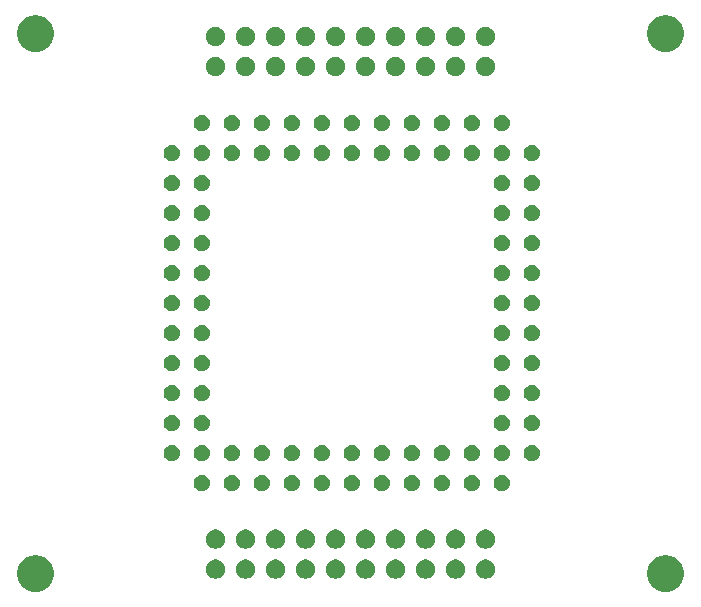
<source format=gbr>
G04 #@! TF.GenerationSoftware,KiCad,Pcbnew,(5.1.2)-2*
G04 #@! TF.CreationDate,2019-08-20T13:38:56-07:00*
G04 #@! TF.ProjectId,pcb_design,7063625f-6465-4736-9967-6e2e6b696361,rev?*
G04 #@! TF.SameCoordinates,Original*
G04 #@! TF.FileFunction,Soldermask,Top*
G04 #@! TF.FilePolarity,Negative*
%FSLAX46Y46*%
G04 Gerber Fmt 4.6, Leading zero omitted, Abs format (unit mm)*
G04 Created by KiCad (PCBNEW (5.1.2)-2) date 2019-08-20 13:38:56*
%MOMM*%
%LPD*%
G04 APERTURE LIST*
%ADD10C,0.100000*%
G04 APERTURE END LIST*
D10*
G36*
X166672585Y-106428802D02*
G01*
X166822410Y-106458604D01*
X167104674Y-106575521D01*
X167358705Y-106745259D01*
X167574741Y-106961295D01*
X167744479Y-107215326D01*
X167861396Y-107497590D01*
X167921000Y-107797240D01*
X167921000Y-108102760D01*
X167861396Y-108402410D01*
X167744479Y-108684674D01*
X167574741Y-108938705D01*
X167358705Y-109154741D01*
X167104674Y-109324479D01*
X166822410Y-109441396D01*
X166672585Y-109471198D01*
X166522761Y-109501000D01*
X166217239Y-109501000D01*
X166067415Y-109471198D01*
X165917590Y-109441396D01*
X165635326Y-109324479D01*
X165381295Y-109154741D01*
X165165259Y-108938705D01*
X164995521Y-108684674D01*
X164878604Y-108402410D01*
X164819000Y-108102760D01*
X164819000Y-107797240D01*
X164878604Y-107497590D01*
X164995521Y-107215326D01*
X165165259Y-106961295D01*
X165381295Y-106745259D01*
X165635326Y-106575521D01*
X165917590Y-106458604D01*
X166067415Y-106428802D01*
X166217239Y-106399000D01*
X166522761Y-106399000D01*
X166672585Y-106428802D01*
X166672585Y-106428802D01*
G37*
G36*
X113332585Y-106428802D02*
G01*
X113482410Y-106458604D01*
X113764674Y-106575521D01*
X114018705Y-106745259D01*
X114234741Y-106961295D01*
X114404479Y-107215326D01*
X114521396Y-107497590D01*
X114581000Y-107797240D01*
X114581000Y-108102760D01*
X114521396Y-108402410D01*
X114404479Y-108684674D01*
X114234741Y-108938705D01*
X114018705Y-109154741D01*
X113764674Y-109324479D01*
X113482410Y-109441396D01*
X113332585Y-109471198D01*
X113182761Y-109501000D01*
X112877239Y-109501000D01*
X112727415Y-109471198D01*
X112577590Y-109441396D01*
X112295326Y-109324479D01*
X112041295Y-109154741D01*
X111825259Y-108938705D01*
X111655521Y-108684674D01*
X111538604Y-108402410D01*
X111479000Y-108102760D01*
X111479000Y-107797240D01*
X111538604Y-107497590D01*
X111655521Y-107215326D01*
X111825259Y-106961295D01*
X112041295Y-106745259D01*
X112295326Y-106575521D01*
X112577590Y-106458604D01*
X112727415Y-106428802D01*
X112877239Y-106399000D01*
X113182761Y-106399000D01*
X113332585Y-106428802D01*
X113332585Y-106428802D01*
G37*
G36*
X151360942Y-106780442D02*
G01*
X151508901Y-106841729D01*
X151642055Y-106930699D01*
X151755301Y-107043945D01*
X151844271Y-107177099D01*
X151905558Y-107325058D01*
X151936800Y-107482125D01*
X151936800Y-107642275D01*
X151905558Y-107799342D01*
X151844271Y-107947301D01*
X151755301Y-108080455D01*
X151642055Y-108193701D01*
X151508901Y-108282671D01*
X151360942Y-108343958D01*
X151203875Y-108375200D01*
X151043725Y-108375200D01*
X150886658Y-108343958D01*
X150738699Y-108282671D01*
X150605545Y-108193701D01*
X150492299Y-108080455D01*
X150403329Y-107947301D01*
X150342042Y-107799342D01*
X150310800Y-107642275D01*
X150310800Y-107482125D01*
X150342042Y-107325058D01*
X150403329Y-107177099D01*
X150492299Y-107043945D01*
X150605545Y-106930699D01*
X150738699Y-106841729D01*
X150886658Y-106780442D01*
X151043725Y-106749200D01*
X151203875Y-106749200D01*
X151360942Y-106780442D01*
X151360942Y-106780442D01*
G37*
G36*
X148820942Y-106780442D02*
G01*
X148968901Y-106841729D01*
X149102055Y-106930699D01*
X149215301Y-107043945D01*
X149304271Y-107177099D01*
X149365558Y-107325058D01*
X149396800Y-107482125D01*
X149396800Y-107642275D01*
X149365558Y-107799342D01*
X149304271Y-107947301D01*
X149215301Y-108080455D01*
X149102055Y-108193701D01*
X148968901Y-108282671D01*
X148820942Y-108343958D01*
X148663875Y-108375200D01*
X148503725Y-108375200D01*
X148346658Y-108343958D01*
X148198699Y-108282671D01*
X148065545Y-108193701D01*
X147952299Y-108080455D01*
X147863329Y-107947301D01*
X147802042Y-107799342D01*
X147770800Y-107642275D01*
X147770800Y-107482125D01*
X147802042Y-107325058D01*
X147863329Y-107177099D01*
X147952299Y-107043945D01*
X148065545Y-106930699D01*
X148198699Y-106841729D01*
X148346658Y-106780442D01*
X148503725Y-106749200D01*
X148663875Y-106749200D01*
X148820942Y-106780442D01*
X148820942Y-106780442D01*
G37*
G36*
X146280942Y-106780442D02*
G01*
X146428901Y-106841729D01*
X146562055Y-106930699D01*
X146675301Y-107043945D01*
X146764271Y-107177099D01*
X146825558Y-107325058D01*
X146856800Y-107482125D01*
X146856800Y-107642275D01*
X146825558Y-107799342D01*
X146764271Y-107947301D01*
X146675301Y-108080455D01*
X146562055Y-108193701D01*
X146428901Y-108282671D01*
X146280942Y-108343958D01*
X146123875Y-108375200D01*
X145963725Y-108375200D01*
X145806658Y-108343958D01*
X145658699Y-108282671D01*
X145525545Y-108193701D01*
X145412299Y-108080455D01*
X145323329Y-107947301D01*
X145262042Y-107799342D01*
X145230800Y-107642275D01*
X145230800Y-107482125D01*
X145262042Y-107325058D01*
X145323329Y-107177099D01*
X145412299Y-107043945D01*
X145525545Y-106930699D01*
X145658699Y-106841729D01*
X145806658Y-106780442D01*
X145963725Y-106749200D01*
X146123875Y-106749200D01*
X146280942Y-106780442D01*
X146280942Y-106780442D01*
G37*
G36*
X141200942Y-106780442D02*
G01*
X141348901Y-106841729D01*
X141482055Y-106930699D01*
X141595301Y-107043945D01*
X141684271Y-107177099D01*
X141745558Y-107325058D01*
X141776800Y-107482125D01*
X141776800Y-107642275D01*
X141745558Y-107799342D01*
X141684271Y-107947301D01*
X141595301Y-108080455D01*
X141482055Y-108193701D01*
X141348901Y-108282671D01*
X141200942Y-108343958D01*
X141043875Y-108375200D01*
X140883725Y-108375200D01*
X140726658Y-108343958D01*
X140578699Y-108282671D01*
X140445545Y-108193701D01*
X140332299Y-108080455D01*
X140243329Y-107947301D01*
X140182042Y-107799342D01*
X140150800Y-107642275D01*
X140150800Y-107482125D01*
X140182042Y-107325058D01*
X140243329Y-107177099D01*
X140332299Y-107043945D01*
X140445545Y-106930699D01*
X140578699Y-106841729D01*
X140726658Y-106780442D01*
X140883725Y-106749200D01*
X141043875Y-106749200D01*
X141200942Y-106780442D01*
X141200942Y-106780442D01*
G37*
G36*
X138660942Y-106780442D02*
G01*
X138808901Y-106841729D01*
X138942055Y-106930699D01*
X139055301Y-107043945D01*
X139144271Y-107177099D01*
X139205558Y-107325058D01*
X139236800Y-107482125D01*
X139236800Y-107642275D01*
X139205558Y-107799342D01*
X139144271Y-107947301D01*
X139055301Y-108080455D01*
X138942055Y-108193701D01*
X138808901Y-108282671D01*
X138660942Y-108343958D01*
X138503875Y-108375200D01*
X138343725Y-108375200D01*
X138186658Y-108343958D01*
X138038699Y-108282671D01*
X137905545Y-108193701D01*
X137792299Y-108080455D01*
X137703329Y-107947301D01*
X137642042Y-107799342D01*
X137610800Y-107642275D01*
X137610800Y-107482125D01*
X137642042Y-107325058D01*
X137703329Y-107177099D01*
X137792299Y-107043945D01*
X137905545Y-106930699D01*
X138038699Y-106841729D01*
X138186658Y-106780442D01*
X138343725Y-106749200D01*
X138503875Y-106749200D01*
X138660942Y-106780442D01*
X138660942Y-106780442D01*
G37*
G36*
X136120942Y-106780442D02*
G01*
X136268901Y-106841729D01*
X136402055Y-106930699D01*
X136515301Y-107043945D01*
X136604271Y-107177099D01*
X136665558Y-107325058D01*
X136696800Y-107482125D01*
X136696800Y-107642275D01*
X136665558Y-107799342D01*
X136604271Y-107947301D01*
X136515301Y-108080455D01*
X136402055Y-108193701D01*
X136268901Y-108282671D01*
X136120942Y-108343958D01*
X135963875Y-108375200D01*
X135803725Y-108375200D01*
X135646658Y-108343958D01*
X135498699Y-108282671D01*
X135365545Y-108193701D01*
X135252299Y-108080455D01*
X135163329Y-107947301D01*
X135102042Y-107799342D01*
X135070800Y-107642275D01*
X135070800Y-107482125D01*
X135102042Y-107325058D01*
X135163329Y-107177099D01*
X135252299Y-107043945D01*
X135365545Y-106930699D01*
X135498699Y-106841729D01*
X135646658Y-106780442D01*
X135803725Y-106749200D01*
X135963875Y-106749200D01*
X136120942Y-106780442D01*
X136120942Y-106780442D01*
G37*
G36*
X133580942Y-106780442D02*
G01*
X133728901Y-106841729D01*
X133862055Y-106930699D01*
X133975301Y-107043945D01*
X134064271Y-107177099D01*
X134125558Y-107325058D01*
X134156800Y-107482125D01*
X134156800Y-107642275D01*
X134125558Y-107799342D01*
X134064271Y-107947301D01*
X133975301Y-108080455D01*
X133862055Y-108193701D01*
X133728901Y-108282671D01*
X133580942Y-108343958D01*
X133423875Y-108375200D01*
X133263725Y-108375200D01*
X133106658Y-108343958D01*
X132958699Y-108282671D01*
X132825545Y-108193701D01*
X132712299Y-108080455D01*
X132623329Y-107947301D01*
X132562042Y-107799342D01*
X132530800Y-107642275D01*
X132530800Y-107482125D01*
X132562042Y-107325058D01*
X132623329Y-107177099D01*
X132712299Y-107043945D01*
X132825545Y-106930699D01*
X132958699Y-106841729D01*
X133106658Y-106780442D01*
X133263725Y-106749200D01*
X133423875Y-106749200D01*
X133580942Y-106780442D01*
X133580942Y-106780442D01*
G37*
G36*
X131040942Y-106780442D02*
G01*
X131188901Y-106841729D01*
X131322055Y-106930699D01*
X131435301Y-107043945D01*
X131524271Y-107177099D01*
X131585558Y-107325058D01*
X131616800Y-107482125D01*
X131616800Y-107642275D01*
X131585558Y-107799342D01*
X131524271Y-107947301D01*
X131435301Y-108080455D01*
X131322055Y-108193701D01*
X131188901Y-108282671D01*
X131040942Y-108343958D01*
X130883875Y-108375200D01*
X130723725Y-108375200D01*
X130566658Y-108343958D01*
X130418699Y-108282671D01*
X130285545Y-108193701D01*
X130172299Y-108080455D01*
X130083329Y-107947301D01*
X130022042Y-107799342D01*
X129990800Y-107642275D01*
X129990800Y-107482125D01*
X130022042Y-107325058D01*
X130083329Y-107177099D01*
X130172299Y-107043945D01*
X130285545Y-106930699D01*
X130418699Y-106841729D01*
X130566658Y-106780442D01*
X130723725Y-106749200D01*
X130883875Y-106749200D01*
X131040942Y-106780442D01*
X131040942Y-106780442D01*
G37*
G36*
X128500942Y-106780442D02*
G01*
X128648901Y-106841729D01*
X128782055Y-106930699D01*
X128895301Y-107043945D01*
X128984271Y-107177099D01*
X129045558Y-107325058D01*
X129076800Y-107482125D01*
X129076800Y-107642275D01*
X129045558Y-107799342D01*
X128984271Y-107947301D01*
X128895301Y-108080455D01*
X128782055Y-108193701D01*
X128648901Y-108282671D01*
X128500942Y-108343958D01*
X128343875Y-108375200D01*
X128183725Y-108375200D01*
X128026658Y-108343958D01*
X127878699Y-108282671D01*
X127745545Y-108193701D01*
X127632299Y-108080455D01*
X127543329Y-107947301D01*
X127482042Y-107799342D01*
X127450800Y-107642275D01*
X127450800Y-107482125D01*
X127482042Y-107325058D01*
X127543329Y-107177099D01*
X127632299Y-107043945D01*
X127745545Y-106930699D01*
X127878699Y-106841729D01*
X128026658Y-106780442D01*
X128183725Y-106749200D01*
X128343875Y-106749200D01*
X128500942Y-106780442D01*
X128500942Y-106780442D01*
G37*
G36*
X143740942Y-106780442D02*
G01*
X143888901Y-106841729D01*
X144022055Y-106930699D01*
X144135301Y-107043945D01*
X144224271Y-107177099D01*
X144285558Y-107325058D01*
X144316800Y-107482125D01*
X144316800Y-107642275D01*
X144285558Y-107799342D01*
X144224271Y-107947301D01*
X144135301Y-108080455D01*
X144022055Y-108193701D01*
X143888901Y-108282671D01*
X143740942Y-108343958D01*
X143583875Y-108375200D01*
X143423725Y-108375200D01*
X143266658Y-108343958D01*
X143118699Y-108282671D01*
X142985545Y-108193701D01*
X142872299Y-108080455D01*
X142783329Y-107947301D01*
X142722042Y-107799342D01*
X142690800Y-107642275D01*
X142690800Y-107482125D01*
X142722042Y-107325058D01*
X142783329Y-107177099D01*
X142872299Y-107043945D01*
X142985545Y-106930699D01*
X143118699Y-106841729D01*
X143266658Y-106780442D01*
X143423725Y-106749200D01*
X143583875Y-106749200D01*
X143740942Y-106780442D01*
X143740942Y-106780442D01*
G37*
G36*
X133580942Y-104240442D02*
G01*
X133728901Y-104301729D01*
X133862055Y-104390699D01*
X133975301Y-104503945D01*
X134064271Y-104637099D01*
X134125558Y-104785058D01*
X134156800Y-104942125D01*
X134156800Y-105102275D01*
X134125558Y-105259342D01*
X134064271Y-105407301D01*
X133975301Y-105540455D01*
X133862055Y-105653701D01*
X133728901Y-105742671D01*
X133580942Y-105803958D01*
X133423875Y-105835200D01*
X133263725Y-105835200D01*
X133106658Y-105803958D01*
X132958699Y-105742671D01*
X132825545Y-105653701D01*
X132712299Y-105540455D01*
X132623329Y-105407301D01*
X132562042Y-105259342D01*
X132530800Y-105102275D01*
X132530800Y-104942125D01*
X132562042Y-104785058D01*
X132623329Y-104637099D01*
X132712299Y-104503945D01*
X132825545Y-104390699D01*
X132958699Y-104301729D01*
X133106658Y-104240442D01*
X133263725Y-104209200D01*
X133423875Y-104209200D01*
X133580942Y-104240442D01*
X133580942Y-104240442D01*
G37*
G36*
X136120942Y-104240442D02*
G01*
X136268901Y-104301729D01*
X136402055Y-104390699D01*
X136515301Y-104503945D01*
X136604271Y-104637099D01*
X136665558Y-104785058D01*
X136696800Y-104942125D01*
X136696800Y-105102275D01*
X136665558Y-105259342D01*
X136604271Y-105407301D01*
X136515301Y-105540455D01*
X136402055Y-105653701D01*
X136268901Y-105742671D01*
X136120942Y-105803958D01*
X135963875Y-105835200D01*
X135803725Y-105835200D01*
X135646658Y-105803958D01*
X135498699Y-105742671D01*
X135365545Y-105653701D01*
X135252299Y-105540455D01*
X135163329Y-105407301D01*
X135102042Y-105259342D01*
X135070800Y-105102275D01*
X135070800Y-104942125D01*
X135102042Y-104785058D01*
X135163329Y-104637099D01*
X135252299Y-104503945D01*
X135365545Y-104390699D01*
X135498699Y-104301729D01*
X135646658Y-104240442D01*
X135803725Y-104209200D01*
X135963875Y-104209200D01*
X136120942Y-104240442D01*
X136120942Y-104240442D01*
G37*
G36*
X138660942Y-104240442D02*
G01*
X138808901Y-104301729D01*
X138942055Y-104390699D01*
X139055301Y-104503945D01*
X139144271Y-104637099D01*
X139205558Y-104785058D01*
X139236800Y-104942125D01*
X139236800Y-105102275D01*
X139205558Y-105259342D01*
X139144271Y-105407301D01*
X139055301Y-105540455D01*
X138942055Y-105653701D01*
X138808901Y-105742671D01*
X138660942Y-105803958D01*
X138503875Y-105835200D01*
X138343725Y-105835200D01*
X138186658Y-105803958D01*
X138038699Y-105742671D01*
X137905545Y-105653701D01*
X137792299Y-105540455D01*
X137703329Y-105407301D01*
X137642042Y-105259342D01*
X137610800Y-105102275D01*
X137610800Y-104942125D01*
X137642042Y-104785058D01*
X137703329Y-104637099D01*
X137792299Y-104503945D01*
X137905545Y-104390699D01*
X138038699Y-104301729D01*
X138186658Y-104240442D01*
X138343725Y-104209200D01*
X138503875Y-104209200D01*
X138660942Y-104240442D01*
X138660942Y-104240442D01*
G37*
G36*
X141200942Y-104240442D02*
G01*
X141348901Y-104301729D01*
X141482055Y-104390699D01*
X141595301Y-104503945D01*
X141684271Y-104637099D01*
X141745558Y-104785058D01*
X141776800Y-104942125D01*
X141776800Y-105102275D01*
X141745558Y-105259342D01*
X141684271Y-105407301D01*
X141595301Y-105540455D01*
X141482055Y-105653701D01*
X141348901Y-105742671D01*
X141200942Y-105803958D01*
X141043875Y-105835200D01*
X140883725Y-105835200D01*
X140726658Y-105803958D01*
X140578699Y-105742671D01*
X140445545Y-105653701D01*
X140332299Y-105540455D01*
X140243329Y-105407301D01*
X140182042Y-105259342D01*
X140150800Y-105102275D01*
X140150800Y-104942125D01*
X140182042Y-104785058D01*
X140243329Y-104637099D01*
X140332299Y-104503945D01*
X140445545Y-104390699D01*
X140578699Y-104301729D01*
X140726658Y-104240442D01*
X140883725Y-104209200D01*
X141043875Y-104209200D01*
X141200942Y-104240442D01*
X141200942Y-104240442D01*
G37*
G36*
X131040942Y-104240442D02*
G01*
X131188901Y-104301729D01*
X131322055Y-104390699D01*
X131435301Y-104503945D01*
X131524271Y-104637099D01*
X131585558Y-104785058D01*
X131616800Y-104942125D01*
X131616800Y-105102275D01*
X131585558Y-105259342D01*
X131524271Y-105407301D01*
X131435301Y-105540455D01*
X131322055Y-105653701D01*
X131188901Y-105742671D01*
X131040942Y-105803958D01*
X130883875Y-105835200D01*
X130723725Y-105835200D01*
X130566658Y-105803958D01*
X130418699Y-105742671D01*
X130285545Y-105653701D01*
X130172299Y-105540455D01*
X130083329Y-105407301D01*
X130022042Y-105259342D01*
X129990800Y-105102275D01*
X129990800Y-104942125D01*
X130022042Y-104785058D01*
X130083329Y-104637099D01*
X130172299Y-104503945D01*
X130285545Y-104390699D01*
X130418699Y-104301729D01*
X130566658Y-104240442D01*
X130723725Y-104209200D01*
X130883875Y-104209200D01*
X131040942Y-104240442D01*
X131040942Y-104240442D01*
G37*
G36*
X148820942Y-104240442D02*
G01*
X148968901Y-104301729D01*
X149102055Y-104390699D01*
X149215301Y-104503945D01*
X149304271Y-104637099D01*
X149365558Y-104785058D01*
X149396800Y-104942125D01*
X149396800Y-105102275D01*
X149365558Y-105259342D01*
X149304271Y-105407301D01*
X149215301Y-105540455D01*
X149102055Y-105653701D01*
X148968901Y-105742671D01*
X148820942Y-105803958D01*
X148663875Y-105835200D01*
X148503725Y-105835200D01*
X148346658Y-105803958D01*
X148198699Y-105742671D01*
X148065545Y-105653701D01*
X147952299Y-105540455D01*
X147863329Y-105407301D01*
X147802042Y-105259342D01*
X147770800Y-105102275D01*
X147770800Y-104942125D01*
X147802042Y-104785058D01*
X147863329Y-104637099D01*
X147952299Y-104503945D01*
X148065545Y-104390699D01*
X148198699Y-104301729D01*
X148346658Y-104240442D01*
X148503725Y-104209200D01*
X148663875Y-104209200D01*
X148820942Y-104240442D01*
X148820942Y-104240442D01*
G37*
G36*
X151360942Y-104240442D02*
G01*
X151508901Y-104301729D01*
X151642055Y-104390699D01*
X151755301Y-104503945D01*
X151844271Y-104637099D01*
X151905558Y-104785058D01*
X151936800Y-104942125D01*
X151936800Y-105102275D01*
X151905558Y-105259342D01*
X151844271Y-105407301D01*
X151755301Y-105540455D01*
X151642055Y-105653701D01*
X151508901Y-105742671D01*
X151360942Y-105803958D01*
X151203875Y-105835200D01*
X151043725Y-105835200D01*
X150886658Y-105803958D01*
X150738699Y-105742671D01*
X150605545Y-105653701D01*
X150492299Y-105540455D01*
X150403329Y-105407301D01*
X150342042Y-105259342D01*
X150310800Y-105102275D01*
X150310800Y-104942125D01*
X150342042Y-104785058D01*
X150403329Y-104637099D01*
X150492299Y-104503945D01*
X150605545Y-104390699D01*
X150738699Y-104301729D01*
X150886658Y-104240442D01*
X151043725Y-104209200D01*
X151203875Y-104209200D01*
X151360942Y-104240442D01*
X151360942Y-104240442D01*
G37*
G36*
X128500942Y-104240442D02*
G01*
X128648901Y-104301729D01*
X128782055Y-104390699D01*
X128895301Y-104503945D01*
X128984271Y-104637099D01*
X129045558Y-104785058D01*
X129076800Y-104942125D01*
X129076800Y-105102275D01*
X129045558Y-105259342D01*
X128984271Y-105407301D01*
X128895301Y-105540455D01*
X128782055Y-105653701D01*
X128648901Y-105742671D01*
X128500942Y-105803958D01*
X128343875Y-105835200D01*
X128183725Y-105835200D01*
X128026658Y-105803958D01*
X127878699Y-105742671D01*
X127745545Y-105653701D01*
X127632299Y-105540455D01*
X127543329Y-105407301D01*
X127482042Y-105259342D01*
X127450800Y-105102275D01*
X127450800Y-104942125D01*
X127482042Y-104785058D01*
X127543329Y-104637099D01*
X127632299Y-104503945D01*
X127745545Y-104390699D01*
X127878699Y-104301729D01*
X128026658Y-104240442D01*
X128183725Y-104209200D01*
X128343875Y-104209200D01*
X128500942Y-104240442D01*
X128500942Y-104240442D01*
G37*
G36*
X143740942Y-104240442D02*
G01*
X143888901Y-104301729D01*
X144022055Y-104390699D01*
X144135301Y-104503945D01*
X144224271Y-104637099D01*
X144285558Y-104785058D01*
X144316800Y-104942125D01*
X144316800Y-105102275D01*
X144285558Y-105259342D01*
X144224271Y-105407301D01*
X144135301Y-105540455D01*
X144022055Y-105653701D01*
X143888901Y-105742671D01*
X143740942Y-105803958D01*
X143583875Y-105835200D01*
X143423725Y-105835200D01*
X143266658Y-105803958D01*
X143118699Y-105742671D01*
X142985545Y-105653701D01*
X142872299Y-105540455D01*
X142783329Y-105407301D01*
X142722042Y-105259342D01*
X142690800Y-105102275D01*
X142690800Y-104942125D01*
X142722042Y-104785058D01*
X142783329Y-104637099D01*
X142872299Y-104503945D01*
X142985545Y-104390699D01*
X143118699Y-104301729D01*
X143266658Y-104240442D01*
X143423725Y-104209200D01*
X143583875Y-104209200D01*
X143740942Y-104240442D01*
X143740942Y-104240442D01*
G37*
G36*
X146280942Y-104240442D02*
G01*
X146428901Y-104301729D01*
X146562055Y-104390699D01*
X146675301Y-104503945D01*
X146764271Y-104637099D01*
X146825558Y-104785058D01*
X146856800Y-104942125D01*
X146856800Y-105102275D01*
X146825558Y-105259342D01*
X146764271Y-105407301D01*
X146675301Y-105540455D01*
X146562055Y-105653701D01*
X146428901Y-105742671D01*
X146280942Y-105803958D01*
X146123875Y-105835200D01*
X145963725Y-105835200D01*
X145806658Y-105803958D01*
X145658699Y-105742671D01*
X145525545Y-105653701D01*
X145412299Y-105540455D01*
X145323329Y-105407301D01*
X145262042Y-105259342D01*
X145230800Y-105102275D01*
X145230800Y-104942125D01*
X145262042Y-104785058D01*
X145323329Y-104637099D01*
X145412299Y-104503945D01*
X145525545Y-104390699D01*
X145658699Y-104301729D01*
X145806658Y-104240442D01*
X145963725Y-104209200D01*
X146123875Y-104209200D01*
X146280942Y-104240442D01*
X146280942Y-104240442D01*
G37*
G36*
X152704473Y-99605937D02*
G01*
X152832049Y-99658781D01*
X152946859Y-99735494D01*
X153044505Y-99833140D01*
X153121218Y-99947950D01*
X153174062Y-100075526D01*
X153201000Y-100210955D01*
X153201000Y-100349043D01*
X153174062Y-100484472D01*
X153121218Y-100612048D01*
X153044505Y-100726858D01*
X152946859Y-100824504D01*
X152832049Y-100901217D01*
X152704473Y-100954061D01*
X152569044Y-100980999D01*
X152430956Y-100980999D01*
X152295527Y-100954061D01*
X152167951Y-100901217D01*
X152053141Y-100824504D01*
X151955495Y-100726858D01*
X151878782Y-100612048D01*
X151825938Y-100484472D01*
X151799000Y-100349043D01*
X151799000Y-100210955D01*
X151825938Y-100075526D01*
X151878782Y-99947950D01*
X151955495Y-99833140D01*
X152053141Y-99735494D01*
X152167951Y-99658781D01*
X152295527Y-99605937D01*
X152430956Y-99578999D01*
X152569044Y-99578999D01*
X152704473Y-99605937D01*
X152704473Y-99605937D01*
G37*
G36*
X140004473Y-99605937D02*
G01*
X140132049Y-99658781D01*
X140246859Y-99735494D01*
X140344505Y-99833140D01*
X140421218Y-99947950D01*
X140474062Y-100075526D01*
X140501000Y-100210955D01*
X140501000Y-100349043D01*
X140474062Y-100484472D01*
X140421218Y-100612048D01*
X140344505Y-100726858D01*
X140246859Y-100824504D01*
X140132049Y-100901217D01*
X140004473Y-100954061D01*
X139869044Y-100980999D01*
X139730956Y-100980999D01*
X139595527Y-100954061D01*
X139467951Y-100901217D01*
X139353141Y-100824504D01*
X139255495Y-100726858D01*
X139178782Y-100612048D01*
X139125938Y-100484472D01*
X139099000Y-100349043D01*
X139099000Y-100210955D01*
X139125938Y-100075526D01*
X139178782Y-99947950D01*
X139255495Y-99833140D01*
X139353141Y-99735494D01*
X139467951Y-99658781D01*
X139595527Y-99605937D01*
X139730956Y-99578999D01*
X139869044Y-99578999D01*
X140004473Y-99605937D01*
X140004473Y-99605937D01*
G37*
G36*
X142544473Y-99605937D02*
G01*
X142672049Y-99658781D01*
X142786859Y-99735494D01*
X142884505Y-99833140D01*
X142961218Y-99947950D01*
X143014062Y-100075526D01*
X143041000Y-100210955D01*
X143041000Y-100349043D01*
X143014062Y-100484472D01*
X142961218Y-100612048D01*
X142884505Y-100726858D01*
X142786859Y-100824504D01*
X142672049Y-100901217D01*
X142544473Y-100954061D01*
X142409044Y-100980999D01*
X142270956Y-100980999D01*
X142135527Y-100954061D01*
X142007951Y-100901217D01*
X141893141Y-100824504D01*
X141795495Y-100726858D01*
X141718782Y-100612048D01*
X141665938Y-100484472D01*
X141639000Y-100349043D01*
X141639000Y-100210955D01*
X141665938Y-100075526D01*
X141718782Y-99947950D01*
X141795495Y-99833140D01*
X141893141Y-99735494D01*
X142007951Y-99658781D01*
X142135527Y-99605937D01*
X142270956Y-99578999D01*
X142409044Y-99578999D01*
X142544473Y-99605937D01*
X142544473Y-99605937D01*
G37*
G36*
X145084473Y-99605937D02*
G01*
X145212049Y-99658781D01*
X145326859Y-99735494D01*
X145424505Y-99833140D01*
X145501218Y-99947950D01*
X145554062Y-100075526D01*
X145581000Y-100210955D01*
X145581000Y-100349043D01*
X145554062Y-100484472D01*
X145501218Y-100612048D01*
X145424505Y-100726858D01*
X145326859Y-100824504D01*
X145212049Y-100901217D01*
X145084473Y-100954061D01*
X144949044Y-100980999D01*
X144810956Y-100980999D01*
X144675527Y-100954061D01*
X144547951Y-100901217D01*
X144433141Y-100824504D01*
X144335495Y-100726858D01*
X144258782Y-100612048D01*
X144205938Y-100484472D01*
X144179000Y-100349043D01*
X144179000Y-100210955D01*
X144205938Y-100075526D01*
X144258782Y-99947950D01*
X144335495Y-99833140D01*
X144433141Y-99735494D01*
X144547951Y-99658781D01*
X144675527Y-99605937D01*
X144810956Y-99578999D01*
X144949044Y-99578999D01*
X145084473Y-99605937D01*
X145084473Y-99605937D01*
G37*
G36*
X147624473Y-99605937D02*
G01*
X147752049Y-99658781D01*
X147866859Y-99735494D01*
X147964505Y-99833140D01*
X148041218Y-99947950D01*
X148094062Y-100075526D01*
X148121000Y-100210955D01*
X148121000Y-100349043D01*
X148094062Y-100484472D01*
X148041218Y-100612048D01*
X147964505Y-100726858D01*
X147866859Y-100824504D01*
X147752049Y-100901217D01*
X147624473Y-100954061D01*
X147489044Y-100980999D01*
X147350956Y-100980999D01*
X147215527Y-100954061D01*
X147087951Y-100901217D01*
X146973141Y-100824504D01*
X146875495Y-100726858D01*
X146798782Y-100612048D01*
X146745938Y-100484472D01*
X146719000Y-100349043D01*
X146719000Y-100210955D01*
X146745938Y-100075526D01*
X146798782Y-99947950D01*
X146875495Y-99833140D01*
X146973141Y-99735494D01*
X147087951Y-99658781D01*
X147215527Y-99605937D01*
X147350956Y-99578999D01*
X147489044Y-99578999D01*
X147624473Y-99605937D01*
X147624473Y-99605937D01*
G37*
G36*
X150164473Y-99605937D02*
G01*
X150292049Y-99658781D01*
X150406859Y-99735494D01*
X150504505Y-99833140D01*
X150581218Y-99947950D01*
X150634062Y-100075526D01*
X150661000Y-100210955D01*
X150661000Y-100349043D01*
X150634062Y-100484472D01*
X150581218Y-100612048D01*
X150504505Y-100726858D01*
X150406859Y-100824504D01*
X150292049Y-100901217D01*
X150164473Y-100954061D01*
X150029044Y-100980999D01*
X149890956Y-100980999D01*
X149755527Y-100954061D01*
X149627951Y-100901217D01*
X149513141Y-100824504D01*
X149415495Y-100726858D01*
X149338782Y-100612048D01*
X149285938Y-100484472D01*
X149259000Y-100349043D01*
X149259000Y-100210955D01*
X149285938Y-100075526D01*
X149338782Y-99947950D01*
X149415495Y-99833140D01*
X149513141Y-99735494D01*
X149627951Y-99658781D01*
X149755527Y-99605937D01*
X149890956Y-99578999D01*
X150029044Y-99578999D01*
X150164473Y-99605937D01*
X150164473Y-99605937D01*
G37*
G36*
X134924473Y-99605937D02*
G01*
X135052049Y-99658781D01*
X135166859Y-99735494D01*
X135264505Y-99833140D01*
X135341218Y-99947950D01*
X135394062Y-100075526D01*
X135421000Y-100210955D01*
X135421000Y-100349043D01*
X135394062Y-100484472D01*
X135341218Y-100612048D01*
X135264505Y-100726858D01*
X135166859Y-100824504D01*
X135052049Y-100901217D01*
X134924473Y-100954061D01*
X134789044Y-100980999D01*
X134650956Y-100980999D01*
X134515527Y-100954061D01*
X134387951Y-100901217D01*
X134273141Y-100824504D01*
X134175495Y-100726858D01*
X134098782Y-100612048D01*
X134045938Y-100484472D01*
X134019000Y-100349043D01*
X134019000Y-100210955D01*
X134045938Y-100075526D01*
X134098782Y-99947950D01*
X134175495Y-99833140D01*
X134273141Y-99735494D01*
X134387951Y-99658781D01*
X134515527Y-99605937D01*
X134650956Y-99578999D01*
X134789044Y-99578999D01*
X134924473Y-99605937D01*
X134924473Y-99605937D01*
G37*
G36*
X132384473Y-99605937D02*
G01*
X132512049Y-99658781D01*
X132626859Y-99735494D01*
X132724505Y-99833140D01*
X132801218Y-99947950D01*
X132854062Y-100075526D01*
X132881000Y-100210955D01*
X132881000Y-100349043D01*
X132854062Y-100484472D01*
X132801218Y-100612048D01*
X132724505Y-100726858D01*
X132626859Y-100824504D01*
X132512049Y-100901217D01*
X132384473Y-100954061D01*
X132249044Y-100980999D01*
X132110956Y-100980999D01*
X131975527Y-100954061D01*
X131847951Y-100901217D01*
X131733141Y-100824504D01*
X131635495Y-100726858D01*
X131558782Y-100612048D01*
X131505938Y-100484472D01*
X131479000Y-100349043D01*
X131479000Y-100210955D01*
X131505938Y-100075526D01*
X131558782Y-99947950D01*
X131635495Y-99833140D01*
X131733141Y-99735494D01*
X131847951Y-99658781D01*
X131975527Y-99605937D01*
X132110956Y-99578999D01*
X132249044Y-99578999D01*
X132384473Y-99605937D01*
X132384473Y-99605937D01*
G37*
G36*
X129844473Y-99605937D02*
G01*
X129972049Y-99658781D01*
X130086859Y-99735494D01*
X130184505Y-99833140D01*
X130261218Y-99947950D01*
X130314062Y-100075526D01*
X130341000Y-100210955D01*
X130341000Y-100349043D01*
X130314062Y-100484472D01*
X130261218Y-100612048D01*
X130184505Y-100726858D01*
X130086859Y-100824504D01*
X129972049Y-100901217D01*
X129844473Y-100954061D01*
X129709044Y-100980999D01*
X129570956Y-100980999D01*
X129435527Y-100954061D01*
X129307951Y-100901217D01*
X129193141Y-100824504D01*
X129095495Y-100726858D01*
X129018782Y-100612048D01*
X128965938Y-100484472D01*
X128939000Y-100349043D01*
X128939000Y-100210955D01*
X128965938Y-100075526D01*
X129018782Y-99947950D01*
X129095495Y-99833140D01*
X129193141Y-99735494D01*
X129307951Y-99658781D01*
X129435527Y-99605937D01*
X129570956Y-99578999D01*
X129709044Y-99578999D01*
X129844473Y-99605937D01*
X129844473Y-99605937D01*
G37*
G36*
X127304473Y-99605937D02*
G01*
X127432049Y-99658781D01*
X127546859Y-99735494D01*
X127644505Y-99833140D01*
X127721218Y-99947950D01*
X127774062Y-100075526D01*
X127801000Y-100210955D01*
X127801000Y-100349043D01*
X127774062Y-100484472D01*
X127721218Y-100612048D01*
X127644505Y-100726858D01*
X127546859Y-100824504D01*
X127432049Y-100901217D01*
X127304473Y-100954061D01*
X127169044Y-100980999D01*
X127030956Y-100980999D01*
X126895527Y-100954061D01*
X126767951Y-100901217D01*
X126653141Y-100824504D01*
X126555495Y-100726858D01*
X126478782Y-100612048D01*
X126425938Y-100484472D01*
X126399000Y-100349043D01*
X126399000Y-100210955D01*
X126425938Y-100075526D01*
X126478782Y-99947950D01*
X126555495Y-99833140D01*
X126653141Y-99735494D01*
X126767951Y-99658781D01*
X126895527Y-99605937D01*
X127030956Y-99578999D01*
X127169044Y-99578999D01*
X127304473Y-99605937D01*
X127304473Y-99605937D01*
G37*
G36*
X137464473Y-99605937D02*
G01*
X137592049Y-99658781D01*
X137706859Y-99735494D01*
X137804505Y-99833140D01*
X137881218Y-99947950D01*
X137934062Y-100075526D01*
X137961000Y-100210955D01*
X137961000Y-100349043D01*
X137934062Y-100484472D01*
X137881218Y-100612048D01*
X137804505Y-100726858D01*
X137706859Y-100824504D01*
X137592049Y-100901217D01*
X137464473Y-100954061D01*
X137329044Y-100980999D01*
X137190956Y-100980999D01*
X137055527Y-100954061D01*
X136927951Y-100901217D01*
X136813141Y-100824504D01*
X136715495Y-100726858D01*
X136638782Y-100612048D01*
X136585938Y-100484472D01*
X136559000Y-100349043D01*
X136559000Y-100210955D01*
X136585938Y-100075526D01*
X136638782Y-99947950D01*
X136715495Y-99833140D01*
X136813141Y-99735494D01*
X136927951Y-99658781D01*
X137055527Y-99605937D01*
X137190956Y-99578999D01*
X137329044Y-99578999D01*
X137464473Y-99605937D01*
X137464473Y-99605937D01*
G37*
G36*
X150164473Y-97065937D02*
G01*
X150292049Y-97118781D01*
X150406859Y-97195494D01*
X150504505Y-97293140D01*
X150581218Y-97407950D01*
X150634062Y-97535526D01*
X150661000Y-97670955D01*
X150661000Y-97809043D01*
X150634062Y-97944472D01*
X150581218Y-98072048D01*
X150504505Y-98186858D01*
X150406859Y-98284504D01*
X150292049Y-98361217D01*
X150164473Y-98414061D01*
X150029044Y-98440999D01*
X149890956Y-98440999D01*
X149755527Y-98414061D01*
X149627951Y-98361217D01*
X149513141Y-98284504D01*
X149415495Y-98186858D01*
X149338782Y-98072048D01*
X149285938Y-97944472D01*
X149259000Y-97809043D01*
X149259000Y-97670955D01*
X149285938Y-97535526D01*
X149338782Y-97407950D01*
X149415495Y-97293140D01*
X149513141Y-97195494D01*
X149627951Y-97118781D01*
X149755527Y-97065937D01*
X149890956Y-97038999D01*
X150029044Y-97038999D01*
X150164473Y-97065937D01*
X150164473Y-97065937D01*
G37*
G36*
X124764473Y-97065937D02*
G01*
X124892049Y-97118781D01*
X125006859Y-97195494D01*
X125104505Y-97293140D01*
X125181218Y-97407950D01*
X125234062Y-97535526D01*
X125261000Y-97670955D01*
X125261000Y-97809043D01*
X125234062Y-97944472D01*
X125181218Y-98072048D01*
X125104505Y-98186858D01*
X125006859Y-98284504D01*
X124892049Y-98361217D01*
X124764473Y-98414061D01*
X124629044Y-98440999D01*
X124490956Y-98440999D01*
X124355527Y-98414061D01*
X124227951Y-98361217D01*
X124113141Y-98284504D01*
X124015495Y-98186858D01*
X123938782Y-98072048D01*
X123885938Y-97944472D01*
X123859000Y-97809043D01*
X123859000Y-97670955D01*
X123885938Y-97535526D01*
X123938782Y-97407950D01*
X124015495Y-97293140D01*
X124113141Y-97195494D01*
X124227951Y-97118781D01*
X124355527Y-97065937D01*
X124490956Y-97038999D01*
X124629044Y-97038999D01*
X124764473Y-97065937D01*
X124764473Y-97065937D01*
G37*
G36*
X129844473Y-97065937D02*
G01*
X129972049Y-97118781D01*
X130086859Y-97195494D01*
X130184505Y-97293140D01*
X130261218Y-97407950D01*
X130314062Y-97535526D01*
X130341000Y-97670955D01*
X130341000Y-97809043D01*
X130314062Y-97944472D01*
X130261218Y-98072048D01*
X130184505Y-98186858D01*
X130086859Y-98284504D01*
X129972049Y-98361217D01*
X129844473Y-98414061D01*
X129709044Y-98440999D01*
X129570956Y-98440999D01*
X129435527Y-98414061D01*
X129307951Y-98361217D01*
X129193141Y-98284504D01*
X129095495Y-98186858D01*
X129018782Y-98072048D01*
X128965938Y-97944472D01*
X128939000Y-97809043D01*
X128939000Y-97670955D01*
X128965938Y-97535526D01*
X129018782Y-97407950D01*
X129095495Y-97293140D01*
X129193141Y-97195494D01*
X129307951Y-97118781D01*
X129435527Y-97065937D01*
X129570956Y-97038999D01*
X129709044Y-97038999D01*
X129844473Y-97065937D01*
X129844473Y-97065937D01*
G37*
G36*
X132384473Y-97065937D02*
G01*
X132512049Y-97118781D01*
X132626859Y-97195494D01*
X132724505Y-97293140D01*
X132801218Y-97407950D01*
X132854062Y-97535526D01*
X132881000Y-97670955D01*
X132881000Y-97809043D01*
X132854062Y-97944472D01*
X132801218Y-98072048D01*
X132724505Y-98186858D01*
X132626859Y-98284504D01*
X132512049Y-98361217D01*
X132384473Y-98414061D01*
X132249044Y-98440999D01*
X132110956Y-98440999D01*
X131975527Y-98414061D01*
X131847951Y-98361217D01*
X131733141Y-98284504D01*
X131635495Y-98186858D01*
X131558782Y-98072048D01*
X131505938Y-97944472D01*
X131479000Y-97809043D01*
X131479000Y-97670955D01*
X131505938Y-97535526D01*
X131558782Y-97407950D01*
X131635495Y-97293140D01*
X131733141Y-97195494D01*
X131847951Y-97118781D01*
X131975527Y-97065937D01*
X132110956Y-97038999D01*
X132249044Y-97038999D01*
X132384473Y-97065937D01*
X132384473Y-97065937D01*
G37*
G36*
X134924473Y-97065937D02*
G01*
X135052049Y-97118781D01*
X135166859Y-97195494D01*
X135264505Y-97293140D01*
X135341218Y-97407950D01*
X135394062Y-97535526D01*
X135421000Y-97670955D01*
X135421000Y-97809043D01*
X135394062Y-97944472D01*
X135341218Y-98072048D01*
X135264505Y-98186858D01*
X135166859Y-98284504D01*
X135052049Y-98361217D01*
X134924473Y-98414061D01*
X134789044Y-98440999D01*
X134650956Y-98440999D01*
X134515527Y-98414061D01*
X134387951Y-98361217D01*
X134273141Y-98284504D01*
X134175495Y-98186858D01*
X134098782Y-98072048D01*
X134045938Y-97944472D01*
X134019000Y-97809043D01*
X134019000Y-97670955D01*
X134045938Y-97535526D01*
X134098782Y-97407950D01*
X134175495Y-97293140D01*
X134273141Y-97195494D01*
X134387951Y-97118781D01*
X134515527Y-97065937D01*
X134650956Y-97038999D01*
X134789044Y-97038999D01*
X134924473Y-97065937D01*
X134924473Y-97065937D01*
G37*
G36*
X137464473Y-97065937D02*
G01*
X137592049Y-97118781D01*
X137706859Y-97195494D01*
X137804505Y-97293140D01*
X137881218Y-97407950D01*
X137934062Y-97535526D01*
X137961000Y-97670955D01*
X137961000Y-97809043D01*
X137934062Y-97944472D01*
X137881218Y-98072048D01*
X137804505Y-98186858D01*
X137706859Y-98284504D01*
X137592049Y-98361217D01*
X137464473Y-98414061D01*
X137329044Y-98440999D01*
X137190956Y-98440999D01*
X137055527Y-98414061D01*
X136927951Y-98361217D01*
X136813141Y-98284504D01*
X136715495Y-98186858D01*
X136638782Y-98072048D01*
X136585938Y-97944472D01*
X136559000Y-97809043D01*
X136559000Y-97670955D01*
X136585938Y-97535526D01*
X136638782Y-97407950D01*
X136715495Y-97293140D01*
X136813141Y-97195494D01*
X136927951Y-97118781D01*
X137055527Y-97065937D01*
X137190956Y-97038999D01*
X137329044Y-97038999D01*
X137464473Y-97065937D01*
X137464473Y-97065937D01*
G37*
G36*
X140004473Y-97065937D02*
G01*
X140132049Y-97118781D01*
X140246859Y-97195494D01*
X140344505Y-97293140D01*
X140421218Y-97407950D01*
X140474062Y-97535526D01*
X140501000Y-97670955D01*
X140501000Y-97809043D01*
X140474062Y-97944472D01*
X140421218Y-98072048D01*
X140344505Y-98186858D01*
X140246859Y-98284504D01*
X140132049Y-98361217D01*
X140004473Y-98414061D01*
X139869044Y-98440999D01*
X139730956Y-98440999D01*
X139595527Y-98414061D01*
X139467951Y-98361217D01*
X139353141Y-98284504D01*
X139255495Y-98186858D01*
X139178782Y-98072048D01*
X139125938Y-97944472D01*
X139099000Y-97809043D01*
X139099000Y-97670955D01*
X139125938Y-97535526D01*
X139178782Y-97407950D01*
X139255495Y-97293140D01*
X139353141Y-97195494D01*
X139467951Y-97118781D01*
X139595527Y-97065937D01*
X139730956Y-97038999D01*
X139869044Y-97038999D01*
X140004473Y-97065937D01*
X140004473Y-97065937D01*
G37*
G36*
X145084473Y-97065937D02*
G01*
X145212049Y-97118781D01*
X145326859Y-97195494D01*
X145424505Y-97293140D01*
X145501218Y-97407950D01*
X145554062Y-97535526D01*
X145581000Y-97670955D01*
X145581000Y-97809043D01*
X145554062Y-97944472D01*
X145501218Y-98072048D01*
X145424505Y-98186858D01*
X145326859Y-98284504D01*
X145212049Y-98361217D01*
X145084473Y-98414061D01*
X144949044Y-98440999D01*
X144810956Y-98440999D01*
X144675527Y-98414061D01*
X144547951Y-98361217D01*
X144433141Y-98284504D01*
X144335495Y-98186858D01*
X144258782Y-98072048D01*
X144205938Y-97944472D01*
X144179000Y-97809043D01*
X144179000Y-97670955D01*
X144205938Y-97535526D01*
X144258782Y-97407950D01*
X144335495Y-97293140D01*
X144433141Y-97195494D01*
X144547951Y-97118781D01*
X144675527Y-97065937D01*
X144810956Y-97038999D01*
X144949044Y-97038999D01*
X145084473Y-97065937D01*
X145084473Y-97065937D01*
G37*
G36*
X147624473Y-97065937D02*
G01*
X147752049Y-97118781D01*
X147866859Y-97195494D01*
X147964505Y-97293140D01*
X148041218Y-97407950D01*
X148094062Y-97535526D01*
X148121000Y-97670955D01*
X148121000Y-97809043D01*
X148094062Y-97944472D01*
X148041218Y-98072048D01*
X147964505Y-98186858D01*
X147866859Y-98284504D01*
X147752049Y-98361217D01*
X147624473Y-98414061D01*
X147489044Y-98440999D01*
X147350956Y-98440999D01*
X147215527Y-98414061D01*
X147087951Y-98361217D01*
X146973141Y-98284504D01*
X146875495Y-98186858D01*
X146798782Y-98072048D01*
X146745938Y-97944472D01*
X146719000Y-97809043D01*
X146719000Y-97670955D01*
X146745938Y-97535526D01*
X146798782Y-97407950D01*
X146875495Y-97293140D01*
X146973141Y-97195494D01*
X147087951Y-97118781D01*
X147215527Y-97065937D01*
X147350956Y-97038999D01*
X147489044Y-97038999D01*
X147624473Y-97065937D01*
X147624473Y-97065937D01*
G37*
G36*
X152704473Y-97065937D02*
G01*
X152832049Y-97118781D01*
X152946859Y-97195494D01*
X153044505Y-97293140D01*
X153121218Y-97407950D01*
X153174062Y-97535526D01*
X153201000Y-97670955D01*
X153201000Y-97809043D01*
X153174062Y-97944472D01*
X153121218Y-98072048D01*
X153044505Y-98186858D01*
X152946859Y-98284504D01*
X152832049Y-98361217D01*
X152704473Y-98414061D01*
X152569044Y-98440999D01*
X152430956Y-98440999D01*
X152295527Y-98414061D01*
X152167951Y-98361217D01*
X152053141Y-98284504D01*
X151955495Y-98186858D01*
X151878782Y-98072048D01*
X151825938Y-97944472D01*
X151799000Y-97809043D01*
X151799000Y-97670955D01*
X151825938Y-97535526D01*
X151878782Y-97407950D01*
X151955495Y-97293140D01*
X152053141Y-97195494D01*
X152167951Y-97118781D01*
X152295527Y-97065937D01*
X152430956Y-97038999D01*
X152569044Y-97038999D01*
X152704473Y-97065937D01*
X152704473Y-97065937D01*
G37*
G36*
X127304473Y-97065937D02*
G01*
X127432049Y-97118781D01*
X127546859Y-97195494D01*
X127644505Y-97293140D01*
X127721218Y-97407950D01*
X127774062Y-97535526D01*
X127801000Y-97670955D01*
X127801000Y-97809043D01*
X127774062Y-97944472D01*
X127721218Y-98072048D01*
X127644505Y-98186858D01*
X127546859Y-98284504D01*
X127432049Y-98361217D01*
X127304473Y-98414061D01*
X127169044Y-98440999D01*
X127030956Y-98440999D01*
X126895527Y-98414061D01*
X126767951Y-98361217D01*
X126653141Y-98284504D01*
X126555495Y-98186858D01*
X126478782Y-98072048D01*
X126425938Y-97944472D01*
X126399000Y-97809043D01*
X126399000Y-97670955D01*
X126425938Y-97535526D01*
X126478782Y-97407950D01*
X126555495Y-97293140D01*
X126653141Y-97195494D01*
X126767951Y-97118781D01*
X126895527Y-97065937D01*
X127030956Y-97038999D01*
X127169044Y-97038999D01*
X127304473Y-97065937D01*
X127304473Y-97065937D01*
G37*
G36*
X155244473Y-97065937D02*
G01*
X155372049Y-97118781D01*
X155486859Y-97195494D01*
X155584505Y-97293140D01*
X155661218Y-97407950D01*
X155714062Y-97535526D01*
X155741000Y-97670955D01*
X155741000Y-97809043D01*
X155714062Y-97944472D01*
X155661218Y-98072048D01*
X155584505Y-98186858D01*
X155486859Y-98284504D01*
X155372049Y-98361217D01*
X155244473Y-98414061D01*
X155109044Y-98440999D01*
X154970956Y-98440999D01*
X154835527Y-98414061D01*
X154707951Y-98361217D01*
X154593141Y-98284504D01*
X154495495Y-98186858D01*
X154418782Y-98072048D01*
X154365938Y-97944472D01*
X154339000Y-97809043D01*
X154339000Y-97670955D01*
X154365938Y-97535526D01*
X154418782Y-97407950D01*
X154495495Y-97293140D01*
X154593141Y-97195494D01*
X154707951Y-97118781D01*
X154835527Y-97065937D01*
X154970956Y-97038999D01*
X155109044Y-97038999D01*
X155244473Y-97065937D01*
X155244473Y-97065937D01*
G37*
G36*
X142544473Y-97065937D02*
G01*
X142672049Y-97118781D01*
X142786859Y-97195494D01*
X142884505Y-97293140D01*
X142961218Y-97407950D01*
X143014062Y-97535526D01*
X143041000Y-97670955D01*
X143041000Y-97809043D01*
X143014062Y-97944472D01*
X142961218Y-98072048D01*
X142884505Y-98186858D01*
X142786859Y-98284504D01*
X142672049Y-98361217D01*
X142544473Y-98414061D01*
X142409044Y-98440999D01*
X142270956Y-98440999D01*
X142135527Y-98414061D01*
X142007951Y-98361217D01*
X141893141Y-98284504D01*
X141795495Y-98186858D01*
X141718782Y-98072048D01*
X141665938Y-97944472D01*
X141639000Y-97809043D01*
X141639000Y-97670955D01*
X141665938Y-97535526D01*
X141718782Y-97407950D01*
X141795495Y-97293140D01*
X141893141Y-97195494D01*
X142007951Y-97118781D01*
X142135527Y-97065937D01*
X142270956Y-97038999D01*
X142409044Y-97038999D01*
X142544473Y-97065937D01*
X142544473Y-97065937D01*
G37*
G36*
X127304473Y-94525937D02*
G01*
X127432049Y-94578781D01*
X127546859Y-94655494D01*
X127644505Y-94753140D01*
X127721218Y-94867950D01*
X127774062Y-94995526D01*
X127801000Y-95130955D01*
X127801000Y-95269043D01*
X127774062Y-95404472D01*
X127721218Y-95532048D01*
X127644505Y-95646858D01*
X127546859Y-95744504D01*
X127432049Y-95821217D01*
X127304473Y-95874061D01*
X127169044Y-95900999D01*
X127030956Y-95900999D01*
X126895527Y-95874061D01*
X126767951Y-95821217D01*
X126653141Y-95744504D01*
X126555495Y-95646858D01*
X126478782Y-95532048D01*
X126425938Y-95404472D01*
X126399000Y-95269043D01*
X126399000Y-95130955D01*
X126425938Y-94995526D01*
X126478782Y-94867950D01*
X126555495Y-94753140D01*
X126653141Y-94655494D01*
X126767951Y-94578781D01*
X126895527Y-94525937D01*
X127030956Y-94498999D01*
X127169044Y-94498999D01*
X127304473Y-94525937D01*
X127304473Y-94525937D01*
G37*
G36*
X155244473Y-94525937D02*
G01*
X155372049Y-94578781D01*
X155486859Y-94655494D01*
X155584505Y-94753140D01*
X155661218Y-94867950D01*
X155714062Y-94995526D01*
X155741000Y-95130955D01*
X155741000Y-95269043D01*
X155714062Y-95404472D01*
X155661218Y-95532048D01*
X155584505Y-95646858D01*
X155486859Y-95744504D01*
X155372049Y-95821217D01*
X155244473Y-95874061D01*
X155109044Y-95900999D01*
X154970956Y-95900999D01*
X154835527Y-95874061D01*
X154707951Y-95821217D01*
X154593141Y-95744504D01*
X154495495Y-95646858D01*
X154418782Y-95532048D01*
X154365938Y-95404472D01*
X154339000Y-95269043D01*
X154339000Y-95130955D01*
X154365938Y-94995526D01*
X154418782Y-94867950D01*
X154495495Y-94753140D01*
X154593141Y-94655494D01*
X154707951Y-94578781D01*
X154835527Y-94525937D01*
X154970956Y-94498999D01*
X155109044Y-94498999D01*
X155244473Y-94525937D01*
X155244473Y-94525937D01*
G37*
G36*
X152704473Y-94525937D02*
G01*
X152832049Y-94578781D01*
X152946859Y-94655494D01*
X153044505Y-94753140D01*
X153121218Y-94867950D01*
X153174062Y-94995526D01*
X153201000Y-95130955D01*
X153201000Y-95269043D01*
X153174062Y-95404472D01*
X153121218Y-95532048D01*
X153044505Y-95646858D01*
X152946859Y-95744504D01*
X152832049Y-95821217D01*
X152704473Y-95874061D01*
X152569044Y-95900999D01*
X152430956Y-95900999D01*
X152295527Y-95874061D01*
X152167951Y-95821217D01*
X152053141Y-95744504D01*
X151955495Y-95646858D01*
X151878782Y-95532048D01*
X151825938Y-95404472D01*
X151799000Y-95269043D01*
X151799000Y-95130955D01*
X151825938Y-94995526D01*
X151878782Y-94867950D01*
X151955495Y-94753140D01*
X152053141Y-94655494D01*
X152167951Y-94578781D01*
X152295527Y-94525937D01*
X152430956Y-94498999D01*
X152569044Y-94498999D01*
X152704473Y-94525937D01*
X152704473Y-94525937D01*
G37*
G36*
X124764473Y-94525937D02*
G01*
X124892049Y-94578781D01*
X125006859Y-94655494D01*
X125104505Y-94753140D01*
X125181218Y-94867950D01*
X125234062Y-94995526D01*
X125261000Y-95130955D01*
X125261000Y-95269043D01*
X125234062Y-95404472D01*
X125181218Y-95532048D01*
X125104505Y-95646858D01*
X125006859Y-95744504D01*
X124892049Y-95821217D01*
X124764473Y-95874061D01*
X124629044Y-95900999D01*
X124490956Y-95900999D01*
X124355527Y-95874061D01*
X124227951Y-95821217D01*
X124113141Y-95744504D01*
X124015495Y-95646858D01*
X123938782Y-95532048D01*
X123885938Y-95404472D01*
X123859000Y-95269043D01*
X123859000Y-95130955D01*
X123885938Y-94995526D01*
X123938782Y-94867950D01*
X124015495Y-94753140D01*
X124113141Y-94655494D01*
X124227951Y-94578781D01*
X124355527Y-94525937D01*
X124490956Y-94498999D01*
X124629044Y-94498999D01*
X124764473Y-94525937D01*
X124764473Y-94525937D01*
G37*
G36*
X127304473Y-91985937D02*
G01*
X127432049Y-92038781D01*
X127546859Y-92115494D01*
X127644505Y-92213140D01*
X127721218Y-92327950D01*
X127774062Y-92455526D01*
X127801000Y-92590955D01*
X127801000Y-92729043D01*
X127774062Y-92864472D01*
X127721218Y-92992048D01*
X127644505Y-93106858D01*
X127546859Y-93204504D01*
X127432049Y-93281217D01*
X127304473Y-93334061D01*
X127169044Y-93360999D01*
X127030956Y-93360999D01*
X126895527Y-93334061D01*
X126767951Y-93281217D01*
X126653141Y-93204504D01*
X126555495Y-93106858D01*
X126478782Y-92992048D01*
X126425938Y-92864472D01*
X126399000Y-92729043D01*
X126399000Y-92590955D01*
X126425938Y-92455526D01*
X126478782Y-92327950D01*
X126555495Y-92213140D01*
X126653141Y-92115494D01*
X126767951Y-92038781D01*
X126895527Y-91985937D01*
X127030956Y-91958999D01*
X127169044Y-91958999D01*
X127304473Y-91985937D01*
X127304473Y-91985937D01*
G37*
G36*
X155244473Y-91985937D02*
G01*
X155372049Y-92038781D01*
X155486859Y-92115494D01*
X155584505Y-92213140D01*
X155661218Y-92327950D01*
X155714062Y-92455526D01*
X155741000Y-92590955D01*
X155741000Y-92729043D01*
X155714062Y-92864472D01*
X155661218Y-92992048D01*
X155584505Y-93106858D01*
X155486859Y-93204504D01*
X155372049Y-93281217D01*
X155244473Y-93334061D01*
X155109044Y-93360999D01*
X154970956Y-93360999D01*
X154835527Y-93334061D01*
X154707951Y-93281217D01*
X154593141Y-93204504D01*
X154495495Y-93106858D01*
X154418782Y-92992048D01*
X154365938Y-92864472D01*
X154339000Y-92729043D01*
X154339000Y-92590955D01*
X154365938Y-92455526D01*
X154418782Y-92327950D01*
X154495495Y-92213140D01*
X154593141Y-92115494D01*
X154707951Y-92038781D01*
X154835527Y-91985937D01*
X154970956Y-91958999D01*
X155109044Y-91958999D01*
X155244473Y-91985937D01*
X155244473Y-91985937D01*
G37*
G36*
X124764473Y-91985937D02*
G01*
X124892049Y-92038781D01*
X125006859Y-92115494D01*
X125104505Y-92213140D01*
X125181218Y-92327950D01*
X125234062Y-92455526D01*
X125261000Y-92590955D01*
X125261000Y-92729043D01*
X125234062Y-92864472D01*
X125181218Y-92992048D01*
X125104505Y-93106858D01*
X125006859Y-93204504D01*
X124892049Y-93281217D01*
X124764473Y-93334061D01*
X124629044Y-93360999D01*
X124490956Y-93360999D01*
X124355527Y-93334061D01*
X124227951Y-93281217D01*
X124113141Y-93204504D01*
X124015495Y-93106858D01*
X123938782Y-92992048D01*
X123885938Y-92864472D01*
X123859000Y-92729043D01*
X123859000Y-92590955D01*
X123885938Y-92455526D01*
X123938782Y-92327950D01*
X124015495Y-92213140D01*
X124113141Y-92115494D01*
X124227951Y-92038781D01*
X124355527Y-91985937D01*
X124490956Y-91958999D01*
X124629044Y-91958999D01*
X124764473Y-91985937D01*
X124764473Y-91985937D01*
G37*
G36*
X152704473Y-91985937D02*
G01*
X152832049Y-92038781D01*
X152946859Y-92115494D01*
X153044505Y-92213140D01*
X153121218Y-92327950D01*
X153174062Y-92455526D01*
X153201000Y-92590955D01*
X153201000Y-92729043D01*
X153174062Y-92864472D01*
X153121218Y-92992048D01*
X153044505Y-93106858D01*
X152946859Y-93204504D01*
X152832049Y-93281217D01*
X152704473Y-93334061D01*
X152569044Y-93360999D01*
X152430956Y-93360999D01*
X152295527Y-93334061D01*
X152167951Y-93281217D01*
X152053141Y-93204504D01*
X151955495Y-93106858D01*
X151878782Y-92992048D01*
X151825938Y-92864472D01*
X151799000Y-92729043D01*
X151799000Y-92590955D01*
X151825938Y-92455526D01*
X151878782Y-92327950D01*
X151955495Y-92213140D01*
X152053141Y-92115494D01*
X152167951Y-92038781D01*
X152295527Y-91985937D01*
X152430956Y-91958999D01*
X152569044Y-91958999D01*
X152704473Y-91985937D01*
X152704473Y-91985937D01*
G37*
G36*
X124764473Y-89445937D02*
G01*
X124892049Y-89498781D01*
X125006859Y-89575494D01*
X125104505Y-89673140D01*
X125181218Y-89787950D01*
X125234062Y-89915526D01*
X125261000Y-90050955D01*
X125261000Y-90189043D01*
X125234062Y-90324472D01*
X125181218Y-90452048D01*
X125104505Y-90566858D01*
X125006859Y-90664504D01*
X124892049Y-90741217D01*
X124764473Y-90794061D01*
X124629044Y-90820999D01*
X124490956Y-90820999D01*
X124355527Y-90794061D01*
X124227951Y-90741217D01*
X124113141Y-90664504D01*
X124015495Y-90566858D01*
X123938782Y-90452048D01*
X123885938Y-90324472D01*
X123859000Y-90189043D01*
X123859000Y-90050955D01*
X123885938Y-89915526D01*
X123938782Y-89787950D01*
X124015495Y-89673140D01*
X124113141Y-89575494D01*
X124227951Y-89498781D01*
X124355527Y-89445937D01*
X124490956Y-89418999D01*
X124629044Y-89418999D01*
X124764473Y-89445937D01*
X124764473Y-89445937D01*
G37*
G36*
X152704473Y-89445937D02*
G01*
X152832049Y-89498781D01*
X152946859Y-89575494D01*
X153044505Y-89673140D01*
X153121218Y-89787950D01*
X153174062Y-89915526D01*
X153201000Y-90050955D01*
X153201000Y-90189043D01*
X153174062Y-90324472D01*
X153121218Y-90452048D01*
X153044505Y-90566858D01*
X152946859Y-90664504D01*
X152832049Y-90741217D01*
X152704473Y-90794061D01*
X152569044Y-90820999D01*
X152430956Y-90820999D01*
X152295527Y-90794061D01*
X152167951Y-90741217D01*
X152053141Y-90664504D01*
X151955495Y-90566858D01*
X151878782Y-90452048D01*
X151825938Y-90324472D01*
X151799000Y-90189043D01*
X151799000Y-90050955D01*
X151825938Y-89915526D01*
X151878782Y-89787950D01*
X151955495Y-89673140D01*
X152053141Y-89575494D01*
X152167951Y-89498781D01*
X152295527Y-89445937D01*
X152430956Y-89418999D01*
X152569044Y-89418999D01*
X152704473Y-89445937D01*
X152704473Y-89445937D01*
G37*
G36*
X127304473Y-89445937D02*
G01*
X127432049Y-89498781D01*
X127546859Y-89575494D01*
X127644505Y-89673140D01*
X127721218Y-89787950D01*
X127774062Y-89915526D01*
X127801000Y-90050955D01*
X127801000Y-90189043D01*
X127774062Y-90324472D01*
X127721218Y-90452048D01*
X127644505Y-90566858D01*
X127546859Y-90664504D01*
X127432049Y-90741217D01*
X127304473Y-90794061D01*
X127169044Y-90820999D01*
X127030956Y-90820999D01*
X126895527Y-90794061D01*
X126767951Y-90741217D01*
X126653141Y-90664504D01*
X126555495Y-90566858D01*
X126478782Y-90452048D01*
X126425938Y-90324472D01*
X126399000Y-90189043D01*
X126399000Y-90050955D01*
X126425938Y-89915526D01*
X126478782Y-89787950D01*
X126555495Y-89673140D01*
X126653141Y-89575494D01*
X126767951Y-89498781D01*
X126895527Y-89445937D01*
X127030956Y-89418999D01*
X127169044Y-89418999D01*
X127304473Y-89445937D01*
X127304473Y-89445937D01*
G37*
G36*
X155244473Y-89445937D02*
G01*
X155372049Y-89498781D01*
X155486859Y-89575494D01*
X155584505Y-89673140D01*
X155661218Y-89787950D01*
X155714062Y-89915526D01*
X155741000Y-90050955D01*
X155741000Y-90189043D01*
X155714062Y-90324472D01*
X155661218Y-90452048D01*
X155584505Y-90566858D01*
X155486859Y-90664504D01*
X155372049Y-90741217D01*
X155244473Y-90794061D01*
X155109044Y-90820999D01*
X154970956Y-90820999D01*
X154835527Y-90794061D01*
X154707951Y-90741217D01*
X154593141Y-90664504D01*
X154495495Y-90566858D01*
X154418782Y-90452048D01*
X154365938Y-90324472D01*
X154339000Y-90189043D01*
X154339000Y-90050955D01*
X154365938Y-89915526D01*
X154418782Y-89787950D01*
X154495495Y-89673140D01*
X154593141Y-89575494D01*
X154707951Y-89498781D01*
X154835527Y-89445937D01*
X154970956Y-89418999D01*
X155109044Y-89418999D01*
X155244473Y-89445937D01*
X155244473Y-89445937D01*
G37*
G36*
X124764473Y-86905937D02*
G01*
X124892049Y-86958781D01*
X125006859Y-87035494D01*
X125104505Y-87133140D01*
X125181218Y-87247950D01*
X125234062Y-87375526D01*
X125261000Y-87510955D01*
X125261000Y-87649043D01*
X125234062Y-87784472D01*
X125181218Y-87912048D01*
X125104505Y-88026858D01*
X125006859Y-88124504D01*
X124892049Y-88201217D01*
X124764473Y-88254061D01*
X124629044Y-88280999D01*
X124490956Y-88280999D01*
X124355527Y-88254061D01*
X124227951Y-88201217D01*
X124113141Y-88124504D01*
X124015495Y-88026858D01*
X123938782Y-87912048D01*
X123885938Y-87784472D01*
X123859000Y-87649043D01*
X123859000Y-87510955D01*
X123885938Y-87375526D01*
X123938782Y-87247950D01*
X124015495Y-87133140D01*
X124113141Y-87035494D01*
X124227951Y-86958781D01*
X124355527Y-86905937D01*
X124490956Y-86878999D01*
X124629044Y-86878999D01*
X124764473Y-86905937D01*
X124764473Y-86905937D01*
G37*
G36*
X127304473Y-86905937D02*
G01*
X127432049Y-86958781D01*
X127546859Y-87035494D01*
X127644505Y-87133140D01*
X127721218Y-87247950D01*
X127774062Y-87375526D01*
X127801000Y-87510955D01*
X127801000Y-87649043D01*
X127774062Y-87784472D01*
X127721218Y-87912048D01*
X127644505Y-88026858D01*
X127546859Y-88124504D01*
X127432049Y-88201217D01*
X127304473Y-88254061D01*
X127169044Y-88280999D01*
X127030956Y-88280999D01*
X126895527Y-88254061D01*
X126767951Y-88201217D01*
X126653141Y-88124504D01*
X126555495Y-88026858D01*
X126478782Y-87912048D01*
X126425938Y-87784472D01*
X126399000Y-87649043D01*
X126399000Y-87510955D01*
X126425938Y-87375526D01*
X126478782Y-87247950D01*
X126555495Y-87133140D01*
X126653141Y-87035494D01*
X126767951Y-86958781D01*
X126895527Y-86905937D01*
X127030956Y-86878999D01*
X127169044Y-86878999D01*
X127304473Y-86905937D01*
X127304473Y-86905937D01*
G37*
G36*
X152704473Y-86905937D02*
G01*
X152832049Y-86958781D01*
X152946859Y-87035494D01*
X153044505Y-87133140D01*
X153121218Y-87247950D01*
X153174062Y-87375526D01*
X153201000Y-87510955D01*
X153201000Y-87649043D01*
X153174062Y-87784472D01*
X153121218Y-87912048D01*
X153044505Y-88026858D01*
X152946859Y-88124504D01*
X152832049Y-88201217D01*
X152704473Y-88254061D01*
X152569044Y-88280999D01*
X152430956Y-88280999D01*
X152295527Y-88254061D01*
X152167951Y-88201217D01*
X152053141Y-88124504D01*
X151955495Y-88026858D01*
X151878782Y-87912048D01*
X151825938Y-87784472D01*
X151799000Y-87649043D01*
X151799000Y-87510955D01*
X151825938Y-87375526D01*
X151878782Y-87247950D01*
X151955495Y-87133140D01*
X152053141Y-87035494D01*
X152167951Y-86958781D01*
X152295527Y-86905937D01*
X152430956Y-86878999D01*
X152569044Y-86878999D01*
X152704473Y-86905937D01*
X152704473Y-86905937D01*
G37*
G36*
X155244473Y-86905937D02*
G01*
X155372049Y-86958781D01*
X155486859Y-87035494D01*
X155584505Y-87133140D01*
X155661218Y-87247950D01*
X155714062Y-87375526D01*
X155741000Y-87510955D01*
X155741000Y-87649043D01*
X155714062Y-87784472D01*
X155661218Y-87912048D01*
X155584505Y-88026858D01*
X155486859Y-88124504D01*
X155372049Y-88201217D01*
X155244473Y-88254061D01*
X155109044Y-88280999D01*
X154970956Y-88280999D01*
X154835527Y-88254061D01*
X154707951Y-88201217D01*
X154593141Y-88124504D01*
X154495495Y-88026858D01*
X154418782Y-87912048D01*
X154365938Y-87784472D01*
X154339000Y-87649043D01*
X154339000Y-87510955D01*
X154365938Y-87375526D01*
X154418782Y-87247950D01*
X154495495Y-87133140D01*
X154593141Y-87035494D01*
X154707951Y-86958781D01*
X154835527Y-86905937D01*
X154970956Y-86878999D01*
X155109044Y-86878999D01*
X155244473Y-86905937D01*
X155244473Y-86905937D01*
G37*
G36*
X124764473Y-84365937D02*
G01*
X124892049Y-84418781D01*
X125006859Y-84495494D01*
X125104505Y-84593140D01*
X125181218Y-84707950D01*
X125234062Y-84835526D01*
X125261000Y-84970955D01*
X125261000Y-85109043D01*
X125234062Y-85244472D01*
X125181218Y-85372048D01*
X125104505Y-85486858D01*
X125006859Y-85584504D01*
X124892049Y-85661217D01*
X124764473Y-85714061D01*
X124629044Y-85740999D01*
X124490956Y-85740999D01*
X124355527Y-85714061D01*
X124227951Y-85661217D01*
X124113141Y-85584504D01*
X124015495Y-85486858D01*
X123938782Y-85372048D01*
X123885938Y-85244472D01*
X123859000Y-85109043D01*
X123859000Y-84970955D01*
X123885938Y-84835526D01*
X123938782Y-84707950D01*
X124015495Y-84593140D01*
X124113141Y-84495494D01*
X124227951Y-84418781D01*
X124355527Y-84365937D01*
X124490956Y-84338999D01*
X124629044Y-84338999D01*
X124764473Y-84365937D01*
X124764473Y-84365937D01*
G37*
G36*
X127304473Y-84365937D02*
G01*
X127432049Y-84418781D01*
X127546859Y-84495494D01*
X127644505Y-84593140D01*
X127721218Y-84707950D01*
X127774062Y-84835526D01*
X127801000Y-84970955D01*
X127801000Y-85109043D01*
X127774062Y-85244472D01*
X127721218Y-85372048D01*
X127644505Y-85486858D01*
X127546859Y-85584504D01*
X127432049Y-85661217D01*
X127304473Y-85714061D01*
X127169044Y-85740999D01*
X127030956Y-85740999D01*
X126895527Y-85714061D01*
X126767951Y-85661217D01*
X126653141Y-85584504D01*
X126555495Y-85486858D01*
X126478782Y-85372048D01*
X126425938Y-85244472D01*
X126399000Y-85109043D01*
X126399000Y-84970955D01*
X126425938Y-84835526D01*
X126478782Y-84707950D01*
X126555495Y-84593140D01*
X126653141Y-84495494D01*
X126767951Y-84418781D01*
X126895527Y-84365937D01*
X127030956Y-84338999D01*
X127169044Y-84338999D01*
X127304473Y-84365937D01*
X127304473Y-84365937D01*
G37*
G36*
X155244473Y-84365937D02*
G01*
X155372049Y-84418781D01*
X155486859Y-84495494D01*
X155584505Y-84593140D01*
X155661218Y-84707950D01*
X155714062Y-84835526D01*
X155741000Y-84970955D01*
X155741000Y-85109043D01*
X155714062Y-85244472D01*
X155661218Y-85372048D01*
X155584505Y-85486858D01*
X155486859Y-85584504D01*
X155372049Y-85661217D01*
X155244473Y-85714061D01*
X155109044Y-85740999D01*
X154970956Y-85740999D01*
X154835527Y-85714061D01*
X154707951Y-85661217D01*
X154593141Y-85584504D01*
X154495495Y-85486858D01*
X154418782Y-85372048D01*
X154365938Y-85244472D01*
X154339000Y-85109043D01*
X154339000Y-84970955D01*
X154365938Y-84835526D01*
X154418782Y-84707950D01*
X154495495Y-84593140D01*
X154593141Y-84495494D01*
X154707951Y-84418781D01*
X154835527Y-84365937D01*
X154970956Y-84338999D01*
X155109044Y-84338999D01*
X155244473Y-84365937D01*
X155244473Y-84365937D01*
G37*
G36*
X152704473Y-84365937D02*
G01*
X152832049Y-84418781D01*
X152946859Y-84495494D01*
X153044505Y-84593140D01*
X153121218Y-84707950D01*
X153174062Y-84835526D01*
X153201000Y-84970955D01*
X153201000Y-85109043D01*
X153174062Y-85244472D01*
X153121218Y-85372048D01*
X153044505Y-85486858D01*
X152946859Y-85584504D01*
X152832049Y-85661217D01*
X152704473Y-85714061D01*
X152569044Y-85740999D01*
X152430956Y-85740999D01*
X152295527Y-85714061D01*
X152167951Y-85661217D01*
X152053141Y-85584504D01*
X151955495Y-85486858D01*
X151878782Y-85372048D01*
X151825938Y-85244472D01*
X151799000Y-85109043D01*
X151799000Y-84970955D01*
X151825938Y-84835526D01*
X151878782Y-84707950D01*
X151955495Y-84593140D01*
X152053141Y-84495494D01*
X152167951Y-84418781D01*
X152295527Y-84365937D01*
X152430956Y-84338999D01*
X152569044Y-84338999D01*
X152704473Y-84365937D01*
X152704473Y-84365937D01*
G37*
G36*
X152704473Y-81825937D02*
G01*
X152832049Y-81878781D01*
X152946859Y-81955494D01*
X153044505Y-82053140D01*
X153121218Y-82167950D01*
X153174062Y-82295526D01*
X153201000Y-82430955D01*
X153201000Y-82569043D01*
X153174062Y-82704472D01*
X153121218Y-82832048D01*
X153044505Y-82946858D01*
X152946859Y-83044504D01*
X152832049Y-83121217D01*
X152704473Y-83174061D01*
X152569044Y-83200999D01*
X152430956Y-83200999D01*
X152295527Y-83174061D01*
X152167951Y-83121217D01*
X152053141Y-83044504D01*
X151955495Y-82946858D01*
X151878782Y-82832048D01*
X151825938Y-82704472D01*
X151799000Y-82569043D01*
X151799000Y-82430955D01*
X151825938Y-82295526D01*
X151878782Y-82167950D01*
X151955495Y-82053140D01*
X152053141Y-81955494D01*
X152167951Y-81878781D01*
X152295527Y-81825937D01*
X152430956Y-81798999D01*
X152569044Y-81798999D01*
X152704473Y-81825937D01*
X152704473Y-81825937D01*
G37*
G36*
X127304473Y-81825937D02*
G01*
X127432049Y-81878781D01*
X127546859Y-81955494D01*
X127644505Y-82053140D01*
X127721218Y-82167950D01*
X127774062Y-82295526D01*
X127801000Y-82430955D01*
X127801000Y-82569043D01*
X127774062Y-82704472D01*
X127721218Y-82832048D01*
X127644505Y-82946858D01*
X127546859Y-83044504D01*
X127432049Y-83121217D01*
X127304473Y-83174061D01*
X127169044Y-83200999D01*
X127030956Y-83200999D01*
X126895527Y-83174061D01*
X126767951Y-83121217D01*
X126653141Y-83044504D01*
X126555495Y-82946858D01*
X126478782Y-82832048D01*
X126425938Y-82704472D01*
X126399000Y-82569043D01*
X126399000Y-82430955D01*
X126425938Y-82295526D01*
X126478782Y-82167950D01*
X126555495Y-82053140D01*
X126653141Y-81955494D01*
X126767951Y-81878781D01*
X126895527Y-81825937D01*
X127030956Y-81798999D01*
X127169044Y-81798999D01*
X127304473Y-81825937D01*
X127304473Y-81825937D01*
G37*
G36*
X124764473Y-81825937D02*
G01*
X124892049Y-81878781D01*
X125006859Y-81955494D01*
X125104505Y-82053140D01*
X125181218Y-82167950D01*
X125234062Y-82295526D01*
X125261000Y-82430955D01*
X125261000Y-82569043D01*
X125234062Y-82704472D01*
X125181218Y-82832048D01*
X125104505Y-82946858D01*
X125006859Y-83044504D01*
X124892049Y-83121217D01*
X124764473Y-83174061D01*
X124629044Y-83200999D01*
X124490956Y-83200999D01*
X124355527Y-83174061D01*
X124227951Y-83121217D01*
X124113141Y-83044504D01*
X124015495Y-82946858D01*
X123938782Y-82832048D01*
X123885938Y-82704472D01*
X123859000Y-82569043D01*
X123859000Y-82430955D01*
X123885938Y-82295526D01*
X123938782Y-82167950D01*
X124015495Y-82053140D01*
X124113141Y-81955494D01*
X124227951Y-81878781D01*
X124355527Y-81825937D01*
X124490956Y-81798999D01*
X124629044Y-81798999D01*
X124764473Y-81825937D01*
X124764473Y-81825937D01*
G37*
G36*
X155244473Y-81825937D02*
G01*
X155372049Y-81878781D01*
X155486859Y-81955494D01*
X155584505Y-82053140D01*
X155661218Y-82167950D01*
X155714062Y-82295526D01*
X155741000Y-82430955D01*
X155741000Y-82569043D01*
X155714062Y-82704472D01*
X155661218Y-82832048D01*
X155584505Y-82946858D01*
X155486859Y-83044504D01*
X155372049Y-83121217D01*
X155244473Y-83174061D01*
X155109044Y-83200999D01*
X154970956Y-83200999D01*
X154835527Y-83174061D01*
X154707951Y-83121217D01*
X154593141Y-83044504D01*
X154495495Y-82946858D01*
X154418782Y-82832048D01*
X154365938Y-82704472D01*
X154339000Y-82569043D01*
X154339000Y-82430955D01*
X154365938Y-82295526D01*
X154418782Y-82167950D01*
X154495495Y-82053140D01*
X154593141Y-81955494D01*
X154707951Y-81878781D01*
X154835527Y-81825937D01*
X154970956Y-81798999D01*
X155109044Y-81798999D01*
X155244473Y-81825937D01*
X155244473Y-81825937D01*
G37*
G36*
X155244473Y-79285937D02*
G01*
X155372049Y-79338781D01*
X155486859Y-79415494D01*
X155584505Y-79513140D01*
X155661218Y-79627950D01*
X155714062Y-79755526D01*
X155741000Y-79890955D01*
X155741000Y-80029043D01*
X155714062Y-80164472D01*
X155661218Y-80292048D01*
X155584505Y-80406858D01*
X155486859Y-80504504D01*
X155372049Y-80581217D01*
X155244473Y-80634061D01*
X155109044Y-80660999D01*
X154970956Y-80660999D01*
X154835527Y-80634061D01*
X154707951Y-80581217D01*
X154593141Y-80504504D01*
X154495495Y-80406858D01*
X154418782Y-80292048D01*
X154365938Y-80164472D01*
X154339000Y-80029043D01*
X154339000Y-79890955D01*
X154365938Y-79755526D01*
X154418782Y-79627950D01*
X154495495Y-79513140D01*
X154593141Y-79415494D01*
X154707951Y-79338781D01*
X154835527Y-79285937D01*
X154970956Y-79258999D01*
X155109044Y-79258999D01*
X155244473Y-79285937D01*
X155244473Y-79285937D01*
G37*
G36*
X152704473Y-79285937D02*
G01*
X152832049Y-79338781D01*
X152946859Y-79415494D01*
X153044505Y-79513140D01*
X153121218Y-79627950D01*
X153174062Y-79755526D01*
X153201000Y-79890955D01*
X153201000Y-80029043D01*
X153174062Y-80164472D01*
X153121218Y-80292048D01*
X153044505Y-80406858D01*
X152946859Y-80504504D01*
X152832049Y-80581217D01*
X152704473Y-80634061D01*
X152569044Y-80660999D01*
X152430956Y-80660999D01*
X152295527Y-80634061D01*
X152167951Y-80581217D01*
X152053141Y-80504504D01*
X151955495Y-80406858D01*
X151878782Y-80292048D01*
X151825938Y-80164472D01*
X151799000Y-80029043D01*
X151799000Y-79890955D01*
X151825938Y-79755526D01*
X151878782Y-79627950D01*
X151955495Y-79513140D01*
X152053141Y-79415494D01*
X152167951Y-79338781D01*
X152295527Y-79285937D01*
X152430956Y-79258999D01*
X152569044Y-79258999D01*
X152704473Y-79285937D01*
X152704473Y-79285937D01*
G37*
G36*
X124764473Y-79285937D02*
G01*
X124892049Y-79338781D01*
X125006859Y-79415494D01*
X125104505Y-79513140D01*
X125181218Y-79627950D01*
X125234062Y-79755526D01*
X125261000Y-79890955D01*
X125261000Y-80029043D01*
X125234062Y-80164472D01*
X125181218Y-80292048D01*
X125104505Y-80406858D01*
X125006859Y-80504504D01*
X124892049Y-80581217D01*
X124764473Y-80634061D01*
X124629044Y-80660999D01*
X124490956Y-80660999D01*
X124355527Y-80634061D01*
X124227951Y-80581217D01*
X124113141Y-80504504D01*
X124015495Y-80406858D01*
X123938782Y-80292048D01*
X123885938Y-80164472D01*
X123859000Y-80029043D01*
X123859000Y-79890955D01*
X123885938Y-79755526D01*
X123938782Y-79627950D01*
X124015495Y-79513140D01*
X124113141Y-79415494D01*
X124227951Y-79338781D01*
X124355527Y-79285937D01*
X124490956Y-79258999D01*
X124629044Y-79258999D01*
X124764473Y-79285937D01*
X124764473Y-79285937D01*
G37*
G36*
X127304473Y-79285937D02*
G01*
X127432049Y-79338781D01*
X127546859Y-79415494D01*
X127644505Y-79513140D01*
X127721218Y-79627950D01*
X127774062Y-79755526D01*
X127801000Y-79890955D01*
X127801000Y-80029043D01*
X127774062Y-80164472D01*
X127721218Y-80292048D01*
X127644505Y-80406858D01*
X127546859Y-80504504D01*
X127432049Y-80581217D01*
X127304473Y-80634061D01*
X127169044Y-80660999D01*
X127030956Y-80660999D01*
X126895527Y-80634061D01*
X126767951Y-80581217D01*
X126653141Y-80504504D01*
X126555495Y-80406858D01*
X126478782Y-80292048D01*
X126425938Y-80164472D01*
X126399000Y-80029043D01*
X126399000Y-79890955D01*
X126425938Y-79755526D01*
X126478782Y-79627950D01*
X126555495Y-79513140D01*
X126653141Y-79415494D01*
X126767951Y-79338781D01*
X126895527Y-79285937D01*
X127030956Y-79258999D01*
X127169044Y-79258999D01*
X127304473Y-79285937D01*
X127304473Y-79285937D01*
G37*
G36*
X155244473Y-76745937D02*
G01*
X155372049Y-76798781D01*
X155486859Y-76875494D01*
X155584505Y-76973140D01*
X155661218Y-77087950D01*
X155714062Y-77215526D01*
X155741000Y-77350955D01*
X155741000Y-77489043D01*
X155714062Y-77624472D01*
X155661218Y-77752048D01*
X155584505Y-77866858D01*
X155486859Y-77964504D01*
X155372049Y-78041217D01*
X155244473Y-78094061D01*
X155109044Y-78120999D01*
X154970956Y-78120999D01*
X154835527Y-78094061D01*
X154707951Y-78041217D01*
X154593141Y-77964504D01*
X154495495Y-77866858D01*
X154418782Y-77752048D01*
X154365938Y-77624472D01*
X154339000Y-77489043D01*
X154339000Y-77350955D01*
X154365938Y-77215526D01*
X154418782Y-77087950D01*
X154495495Y-76973140D01*
X154593141Y-76875494D01*
X154707951Y-76798781D01*
X154835527Y-76745937D01*
X154970956Y-76718999D01*
X155109044Y-76718999D01*
X155244473Y-76745937D01*
X155244473Y-76745937D01*
G37*
G36*
X127304473Y-76745937D02*
G01*
X127432049Y-76798781D01*
X127546859Y-76875494D01*
X127644505Y-76973140D01*
X127721218Y-77087950D01*
X127774062Y-77215526D01*
X127801000Y-77350955D01*
X127801000Y-77489043D01*
X127774062Y-77624472D01*
X127721218Y-77752048D01*
X127644505Y-77866858D01*
X127546859Y-77964504D01*
X127432049Y-78041217D01*
X127304473Y-78094061D01*
X127169044Y-78120999D01*
X127030956Y-78120999D01*
X126895527Y-78094061D01*
X126767951Y-78041217D01*
X126653141Y-77964504D01*
X126555495Y-77866858D01*
X126478782Y-77752048D01*
X126425938Y-77624472D01*
X126399000Y-77489043D01*
X126399000Y-77350955D01*
X126425938Y-77215526D01*
X126478782Y-77087950D01*
X126555495Y-76973140D01*
X126653141Y-76875494D01*
X126767951Y-76798781D01*
X126895527Y-76745937D01*
X127030956Y-76718999D01*
X127169044Y-76718999D01*
X127304473Y-76745937D01*
X127304473Y-76745937D01*
G37*
G36*
X124764473Y-76745937D02*
G01*
X124892049Y-76798781D01*
X125006859Y-76875494D01*
X125104505Y-76973140D01*
X125181218Y-77087950D01*
X125234062Y-77215526D01*
X125261000Y-77350955D01*
X125261000Y-77489043D01*
X125234062Y-77624472D01*
X125181218Y-77752048D01*
X125104505Y-77866858D01*
X125006859Y-77964504D01*
X124892049Y-78041217D01*
X124764473Y-78094061D01*
X124629044Y-78120999D01*
X124490956Y-78120999D01*
X124355527Y-78094061D01*
X124227951Y-78041217D01*
X124113141Y-77964504D01*
X124015495Y-77866858D01*
X123938782Y-77752048D01*
X123885938Y-77624472D01*
X123859000Y-77489043D01*
X123859000Y-77350955D01*
X123885938Y-77215526D01*
X123938782Y-77087950D01*
X124015495Y-76973140D01*
X124113141Y-76875494D01*
X124227951Y-76798781D01*
X124355527Y-76745937D01*
X124490956Y-76718999D01*
X124629044Y-76718999D01*
X124764473Y-76745937D01*
X124764473Y-76745937D01*
G37*
G36*
X152704473Y-76745937D02*
G01*
X152832049Y-76798781D01*
X152946859Y-76875494D01*
X153044505Y-76973140D01*
X153121218Y-77087950D01*
X153174062Y-77215526D01*
X153201000Y-77350955D01*
X153201000Y-77489043D01*
X153174062Y-77624472D01*
X153121218Y-77752048D01*
X153044505Y-77866858D01*
X152946859Y-77964504D01*
X152832049Y-78041217D01*
X152704473Y-78094061D01*
X152569044Y-78120999D01*
X152430956Y-78120999D01*
X152295527Y-78094061D01*
X152167951Y-78041217D01*
X152053141Y-77964504D01*
X151955495Y-77866858D01*
X151878782Y-77752048D01*
X151825938Y-77624472D01*
X151799000Y-77489043D01*
X151799000Y-77350955D01*
X151825938Y-77215526D01*
X151878782Y-77087950D01*
X151955495Y-76973140D01*
X152053141Y-76875494D01*
X152167951Y-76798781D01*
X152295527Y-76745937D01*
X152430956Y-76718999D01*
X152569044Y-76718999D01*
X152704473Y-76745937D01*
X152704473Y-76745937D01*
G37*
G36*
X124764473Y-74205937D02*
G01*
X124892049Y-74258781D01*
X125006859Y-74335494D01*
X125104505Y-74433140D01*
X125181218Y-74547950D01*
X125234062Y-74675526D01*
X125261000Y-74810955D01*
X125261000Y-74949043D01*
X125234062Y-75084472D01*
X125181218Y-75212048D01*
X125104505Y-75326858D01*
X125006859Y-75424504D01*
X124892049Y-75501217D01*
X124764473Y-75554061D01*
X124629044Y-75580999D01*
X124490956Y-75580999D01*
X124355527Y-75554061D01*
X124227951Y-75501217D01*
X124113141Y-75424504D01*
X124015495Y-75326858D01*
X123938782Y-75212048D01*
X123885938Y-75084472D01*
X123859000Y-74949043D01*
X123859000Y-74810955D01*
X123885938Y-74675526D01*
X123938782Y-74547950D01*
X124015495Y-74433140D01*
X124113141Y-74335494D01*
X124227951Y-74258781D01*
X124355527Y-74205937D01*
X124490956Y-74178999D01*
X124629044Y-74178999D01*
X124764473Y-74205937D01*
X124764473Y-74205937D01*
G37*
G36*
X155244473Y-74205937D02*
G01*
X155372049Y-74258781D01*
X155486859Y-74335494D01*
X155584505Y-74433140D01*
X155661218Y-74547950D01*
X155714062Y-74675526D01*
X155741000Y-74810955D01*
X155741000Y-74949043D01*
X155714062Y-75084472D01*
X155661218Y-75212048D01*
X155584505Y-75326858D01*
X155486859Y-75424504D01*
X155372049Y-75501217D01*
X155244473Y-75554061D01*
X155109044Y-75580999D01*
X154970956Y-75580999D01*
X154835527Y-75554061D01*
X154707951Y-75501217D01*
X154593141Y-75424504D01*
X154495495Y-75326858D01*
X154418782Y-75212048D01*
X154365938Y-75084472D01*
X154339000Y-74949043D01*
X154339000Y-74810955D01*
X154365938Y-74675526D01*
X154418782Y-74547950D01*
X154495495Y-74433140D01*
X154593141Y-74335494D01*
X154707951Y-74258781D01*
X154835527Y-74205937D01*
X154970956Y-74178999D01*
X155109044Y-74178999D01*
X155244473Y-74205937D01*
X155244473Y-74205937D01*
G37*
G36*
X152704473Y-74205937D02*
G01*
X152832049Y-74258781D01*
X152946859Y-74335494D01*
X153044505Y-74433140D01*
X153121218Y-74547950D01*
X153174062Y-74675526D01*
X153201000Y-74810955D01*
X153201000Y-74949043D01*
X153174062Y-75084472D01*
X153121218Y-75212048D01*
X153044505Y-75326858D01*
X152946859Y-75424504D01*
X152832049Y-75501217D01*
X152704473Y-75554061D01*
X152569044Y-75580999D01*
X152430956Y-75580999D01*
X152295527Y-75554061D01*
X152167951Y-75501217D01*
X152053141Y-75424504D01*
X151955495Y-75326858D01*
X151878782Y-75212048D01*
X151825938Y-75084472D01*
X151799000Y-74949043D01*
X151799000Y-74810955D01*
X151825938Y-74675526D01*
X151878782Y-74547950D01*
X151955495Y-74433140D01*
X152053141Y-74335494D01*
X152167951Y-74258781D01*
X152295527Y-74205937D01*
X152430956Y-74178999D01*
X152569044Y-74178999D01*
X152704473Y-74205937D01*
X152704473Y-74205937D01*
G37*
G36*
X127304473Y-74205937D02*
G01*
X127432049Y-74258781D01*
X127546859Y-74335494D01*
X127644505Y-74433140D01*
X127721218Y-74547950D01*
X127774062Y-74675526D01*
X127801000Y-74810955D01*
X127801000Y-74949043D01*
X127774062Y-75084472D01*
X127721218Y-75212048D01*
X127644505Y-75326858D01*
X127546859Y-75424504D01*
X127432049Y-75501217D01*
X127304473Y-75554061D01*
X127169044Y-75580999D01*
X127030956Y-75580999D01*
X126895527Y-75554061D01*
X126767951Y-75501217D01*
X126653141Y-75424504D01*
X126555495Y-75326858D01*
X126478782Y-75212048D01*
X126425938Y-75084472D01*
X126399000Y-74949043D01*
X126399000Y-74810955D01*
X126425938Y-74675526D01*
X126478782Y-74547950D01*
X126555495Y-74433140D01*
X126653141Y-74335494D01*
X126767951Y-74258781D01*
X126895527Y-74205937D01*
X127030956Y-74178999D01*
X127169044Y-74178999D01*
X127304473Y-74205937D01*
X127304473Y-74205937D01*
G37*
G36*
X124764473Y-71665937D02*
G01*
X124892049Y-71718781D01*
X125006859Y-71795494D01*
X125104505Y-71893140D01*
X125181218Y-72007950D01*
X125234062Y-72135526D01*
X125261000Y-72270955D01*
X125261000Y-72409043D01*
X125234062Y-72544472D01*
X125181218Y-72672048D01*
X125104505Y-72786858D01*
X125006859Y-72884504D01*
X124892049Y-72961217D01*
X124764473Y-73014061D01*
X124629044Y-73040999D01*
X124490956Y-73040999D01*
X124355527Y-73014061D01*
X124227951Y-72961217D01*
X124113141Y-72884504D01*
X124015495Y-72786858D01*
X123938782Y-72672048D01*
X123885938Y-72544472D01*
X123859000Y-72409043D01*
X123859000Y-72270955D01*
X123885938Y-72135526D01*
X123938782Y-72007950D01*
X124015495Y-71893140D01*
X124113141Y-71795494D01*
X124227951Y-71718781D01*
X124355527Y-71665937D01*
X124490956Y-71638999D01*
X124629044Y-71638999D01*
X124764473Y-71665937D01*
X124764473Y-71665937D01*
G37*
G36*
X127304473Y-71665937D02*
G01*
X127432049Y-71718781D01*
X127546859Y-71795494D01*
X127644505Y-71893140D01*
X127721218Y-72007950D01*
X127774062Y-72135526D01*
X127801000Y-72270955D01*
X127801000Y-72409043D01*
X127774062Y-72544472D01*
X127721218Y-72672048D01*
X127644505Y-72786858D01*
X127546859Y-72884504D01*
X127432049Y-72961217D01*
X127304473Y-73014061D01*
X127169044Y-73040999D01*
X127030956Y-73040999D01*
X126895527Y-73014061D01*
X126767951Y-72961217D01*
X126653141Y-72884504D01*
X126555495Y-72786858D01*
X126478782Y-72672048D01*
X126425938Y-72544472D01*
X126399000Y-72409043D01*
X126399000Y-72270955D01*
X126425938Y-72135526D01*
X126478782Y-72007950D01*
X126555495Y-71893140D01*
X126653141Y-71795494D01*
X126767951Y-71718781D01*
X126895527Y-71665937D01*
X127030956Y-71638999D01*
X127169044Y-71638999D01*
X127304473Y-71665937D01*
X127304473Y-71665937D01*
G37*
G36*
X129844473Y-71665937D02*
G01*
X129972049Y-71718781D01*
X130086859Y-71795494D01*
X130184505Y-71893140D01*
X130261218Y-72007950D01*
X130314062Y-72135526D01*
X130341000Y-72270955D01*
X130341000Y-72409043D01*
X130314062Y-72544472D01*
X130261218Y-72672048D01*
X130184505Y-72786858D01*
X130086859Y-72884504D01*
X129972049Y-72961217D01*
X129844473Y-73014061D01*
X129709044Y-73040999D01*
X129570956Y-73040999D01*
X129435527Y-73014061D01*
X129307951Y-72961217D01*
X129193141Y-72884504D01*
X129095495Y-72786858D01*
X129018782Y-72672048D01*
X128965938Y-72544472D01*
X128939000Y-72409043D01*
X128939000Y-72270955D01*
X128965938Y-72135526D01*
X129018782Y-72007950D01*
X129095495Y-71893140D01*
X129193141Y-71795494D01*
X129307951Y-71718781D01*
X129435527Y-71665937D01*
X129570956Y-71638999D01*
X129709044Y-71638999D01*
X129844473Y-71665937D01*
X129844473Y-71665937D01*
G37*
G36*
X140004473Y-71665937D02*
G01*
X140132049Y-71718781D01*
X140246859Y-71795494D01*
X140344505Y-71893140D01*
X140421218Y-72007950D01*
X140474062Y-72135526D01*
X140501000Y-72270955D01*
X140501000Y-72409043D01*
X140474062Y-72544472D01*
X140421218Y-72672048D01*
X140344505Y-72786858D01*
X140246859Y-72884504D01*
X140132049Y-72961217D01*
X140004473Y-73014061D01*
X139869044Y-73040999D01*
X139730956Y-73040999D01*
X139595527Y-73014061D01*
X139467951Y-72961217D01*
X139353141Y-72884504D01*
X139255495Y-72786858D01*
X139178782Y-72672048D01*
X139125938Y-72544472D01*
X139099000Y-72409043D01*
X139099000Y-72270955D01*
X139125938Y-72135526D01*
X139178782Y-72007950D01*
X139255495Y-71893140D01*
X139353141Y-71795494D01*
X139467951Y-71718781D01*
X139595527Y-71665937D01*
X139730956Y-71638999D01*
X139869044Y-71638999D01*
X140004473Y-71665937D01*
X140004473Y-71665937D01*
G37*
G36*
X132384473Y-71665937D02*
G01*
X132512049Y-71718781D01*
X132626859Y-71795494D01*
X132724505Y-71893140D01*
X132801218Y-72007950D01*
X132854062Y-72135526D01*
X132881000Y-72270955D01*
X132881000Y-72409043D01*
X132854062Y-72544472D01*
X132801218Y-72672048D01*
X132724505Y-72786858D01*
X132626859Y-72884504D01*
X132512049Y-72961217D01*
X132384473Y-73014061D01*
X132249044Y-73040999D01*
X132110956Y-73040999D01*
X131975527Y-73014061D01*
X131847951Y-72961217D01*
X131733141Y-72884504D01*
X131635495Y-72786858D01*
X131558782Y-72672048D01*
X131505938Y-72544472D01*
X131479000Y-72409043D01*
X131479000Y-72270955D01*
X131505938Y-72135526D01*
X131558782Y-72007950D01*
X131635495Y-71893140D01*
X131733141Y-71795494D01*
X131847951Y-71718781D01*
X131975527Y-71665937D01*
X132110956Y-71638999D01*
X132249044Y-71638999D01*
X132384473Y-71665937D01*
X132384473Y-71665937D01*
G37*
G36*
X134924473Y-71665937D02*
G01*
X135052049Y-71718781D01*
X135166859Y-71795494D01*
X135264505Y-71893140D01*
X135341218Y-72007950D01*
X135394062Y-72135526D01*
X135421000Y-72270955D01*
X135421000Y-72409043D01*
X135394062Y-72544472D01*
X135341218Y-72672048D01*
X135264505Y-72786858D01*
X135166859Y-72884504D01*
X135052049Y-72961217D01*
X134924473Y-73014061D01*
X134789044Y-73040999D01*
X134650956Y-73040999D01*
X134515527Y-73014061D01*
X134387951Y-72961217D01*
X134273141Y-72884504D01*
X134175495Y-72786858D01*
X134098782Y-72672048D01*
X134045938Y-72544472D01*
X134019000Y-72409043D01*
X134019000Y-72270955D01*
X134045938Y-72135526D01*
X134098782Y-72007950D01*
X134175495Y-71893140D01*
X134273141Y-71795494D01*
X134387951Y-71718781D01*
X134515527Y-71665937D01*
X134650956Y-71638999D01*
X134789044Y-71638999D01*
X134924473Y-71665937D01*
X134924473Y-71665937D01*
G37*
G36*
X142544473Y-71665937D02*
G01*
X142672049Y-71718781D01*
X142786859Y-71795494D01*
X142884505Y-71893140D01*
X142961218Y-72007950D01*
X143014062Y-72135526D01*
X143041000Y-72270955D01*
X143041000Y-72409043D01*
X143014062Y-72544472D01*
X142961218Y-72672048D01*
X142884505Y-72786858D01*
X142786859Y-72884504D01*
X142672049Y-72961217D01*
X142544473Y-73014061D01*
X142409044Y-73040999D01*
X142270956Y-73040999D01*
X142135527Y-73014061D01*
X142007951Y-72961217D01*
X141893141Y-72884504D01*
X141795495Y-72786858D01*
X141718782Y-72672048D01*
X141665938Y-72544472D01*
X141639000Y-72409043D01*
X141639000Y-72270955D01*
X141665938Y-72135526D01*
X141718782Y-72007950D01*
X141795495Y-71893140D01*
X141893141Y-71795494D01*
X142007951Y-71718781D01*
X142135527Y-71665937D01*
X142270956Y-71638999D01*
X142409044Y-71638999D01*
X142544473Y-71665937D01*
X142544473Y-71665937D01*
G37*
G36*
X152704473Y-71665937D02*
G01*
X152832049Y-71718781D01*
X152946859Y-71795494D01*
X153044505Y-71893140D01*
X153121218Y-72007950D01*
X153174062Y-72135526D01*
X153201000Y-72270955D01*
X153201000Y-72409043D01*
X153174062Y-72544472D01*
X153121218Y-72672048D01*
X153044505Y-72786858D01*
X152946859Y-72884504D01*
X152832049Y-72961217D01*
X152704473Y-73014061D01*
X152569044Y-73040999D01*
X152430956Y-73040999D01*
X152295527Y-73014061D01*
X152167951Y-72961217D01*
X152053141Y-72884504D01*
X151955495Y-72786858D01*
X151878782Y-72672048D01*
X151825938Y-72544472D01*
X151799000Y-72409043D01*
X151799000Y-72270955D01*
X151825938Y-72135526D01*
X151878782Y-72007950D01*
X151955495Y-71893140D01*
X152053141Y-71795494D01*
X152167951Y-71718781D01*
X152295527Y-71665937D01*
X152430956Y-71638999D01*
X152569044Y-71638999D01*
X152704473Y-71665937D01*
X152704473Y-71665937D01*
G37*
G36*
X137464473Y-71665937D02*
G01*
X137592049Y-71718781D01*
X137706859Y-71795494D01*
X137804505Y-71893140D01*
X137881218Y-72007950D01*
X137934062Y-72135526D01*
X137961000Y-72270955D01*
X137961000Y-72409043D01*
X137934062Y-72544472D01*
X137881218Y-72672048D01*
X137804505Y-72786858D01*
X137706859Y-72884504D01*
X137592049Y-72961217D01*
X137464473Y-73014061D01*
X137329044Y-73040999D01*
X137190956Y-73040999D01*
X137055527Y-73014061D01*
X136927951Y-72961217D01*
X136813141Y-72884504D01*
X136715495Y-72786858D01*
X136638782Y-72672048D01*
X136585938Y-72544472D01*
X136559000Y-72409043D01*
X136559000Y-72270955D01*
X136585938Y-72135526D01*
X136638782Y-72007950D01*
X136715495Y-71893140D01*
X136813141Y-71795494D01*
X136927951Y-71718781D01*
X137055527Y-71665937D01*
X137190956Y-71638999D01*
X137329044Y-71638999D01*
X137464473Y-71665937D01*
X137464473Y-71665937D01*
G37*
G36*
X145084473Y-71665937D02*
G01*
X145212049Y-71718781D01*
X145326859Y-71795494D01*
X145424505Y-71893140D01*
X145501218Y-72007950D01*
X145554062Y-72135526D01*
X145581000Y-72270955D01*
X145581000Y-72409043D01*
X145554062Y-72544472D01*
X145501218Y-72672048D01*
X145424505Y-72786858D01*
X145326859Y-72884504D01*
X145212049Y-72961217D01*
X145084473Y-73014061D01*
X144949044Y-73040999D01*
X144810956Y-73040999D01*
X144675527Y-73014061D01*
X144547951Y-72961217D01*
X144433141Y-72884504D01*
X144335495Y-72786858D01*
X144258782Y-72672048D01*
X144205938Y-72544472D01*
X144179000Y-72409043D01*
X144179000Y-72270955D01*
X144205938Y-72135526D01*
X144258782Y-72007950D01*
X144335495Y-71893140D01*
X144433141Y-71795494D01*
X144547951Y-71718781D01*
X144675527Y-71665937D01*
X144810956Y-71638999D01*
X144949044Y-71638999D01*
X145084473Y-71665937D01*
X145084473Y-71665937D01*
G37*
G36*
X147624473Y-71665937D02*
G01*
X147752049Y-71718781D01*
X147866859Y-71795494D01*
X147964505Y-71893140D01*
X148041218Y-72007950D01*
X148094062Y-72135526D01*
X148121000Y-72270955D01*
X148121000Y-72409043D01*
X148094062Y-72544472D01*
X148041218Y-72672048D01*
X147964505Y-72786858D01*
X147866859Y-72884504D01*
X147752049Y-72961217D01*
X147624473Y-73014061D01*
X147489044Y-73040999D01*
X147350956Y-73040999D01*
X147215527Y-73014061D01*
X147087951Y-72961217D01*
X146973141Y-72884504D01*
X146875495Y-72786858D01*
X146798782Y-72672048D01*
X146745938Y-72544472D01*
X146719000Y-72409043D01*
X146719000Y-72270955D01*
X146745938Y-72135526D01*
X146798782Y-72007950D01*
X146875495Y-71893140D01*
X146973141Y-71795494D01*
X147087951Y-71718781D01*
X147215527Y-71665937D01*
X147350956Y-71638999D01*
X147489044Y-71638999D01*
X147624473Y-71665937D01*
X147624473Y-71665937D01*
G37*
G36*
X150164473Y-71665937D02*
G01*
X150292049Y-71718781D01*
X150406859Y-71795494D01*
X150504505Y-71893140D01*
X150581218Y-72007950D01*
X150634062Y-72135526D01*
X150661000Y-72270955D01*
X150661000Y-72409043D01*
X150634062Y-72544472D01*
X150581218Y-72672048D01*
X150504505Y-72786858D01*
X150406859Y-72884504D01*
X150292049Y-72961217D01*
X150164473Y-73014061D01*
X150029044Y-73040999D01*
X149890956Y-73040999D01*
X149755527Y-73014061D01*
X149627951Y-72961217D01*
X149513141Y-72884504D01*
X149415495Y-72786858D01*
X149338782Y-72672048D01*
X149285938Y-72544472D01*
X149259000Y-72409043D01*
X149259000Y-72270955D01*
X149285938Y-72135526D01*
X149338782Y-72007950D01*
X149415495Y-71893140D01*
X149513141Y-71795494D01*
X149627951Y-71718781D01*
X149755527Y-71665937D01*
X149890956Y-71638999D01*
X150029044Y-71638999D01*
X150164473Y-71665937D01*
X150164473Y-71665937D01*
G37*
G36*
X155244473Y-71665937D02*
G01*
X155372049Y-71718781D01*
X155486859Y-71795494D01*
X155584505Y-71893140D01*
X155661218Y-72007950D01*
X155714062Y-72135526D01*
X155741000Y-72270955D01*
X155741000Y-72409043D01*
X155714062Y-72544472D01*
X155661218Y-72672048D01*
X155584505Y-72786858D01*
X155486859Y-72884504D01*
X155372049Y-72961217D01*
X155244473Y-73014061D01*
X155109044Y-73040999D01*
X154970956Y-73040999D01*
X154835527Y-73014061D01*
X154707951Y-72961217D01*
X154593141Y-72884504D01*
X154495495Y-72786858D01*
X154418782Y-72672048D01*
X154365938Y-72544472D01*
X154339000Y-72409043D01*
X154339000Y-72270955D01*
X154365938Y-72135526D01*
X154418782Y-72007950D01*
X154495495Y-71893140D01*
X154593141Y-71795494D01*
X154707951Y-71718781D01*
X154835527Y-71665937D01*
X154970956Y-71638999D01*
X155109044Y-71638999D01*
X155244473Y-71665937D01*
X155244473Y-71665937D01*
G37*
G36*
X152704473Y-69125937D02*
G01*
X152832049Y-69178781D01*
X152946859Y-69255494D01*
X153044505Y-69353140D01*
X153121218Y-69467950D01*
X153174062Y-69595526D01*
X153201000Y-69730955D01*
X153201000Y-69869043D01*
X153174062Y-70004472D01*
X153121218Y-70132048D01*
X153044505Y-70246858D01*
X152946859Y-70344504D01*
X152832049Y-70421217D01*
X152704473Y-70474061D01*
X152569044Y-70500999D01*
X152430956Y-70500999D01*
X152295527Y-70474061D01*
X152167951Y-70421217D01*
X152053141Y-70344504D01*
X151955495Y-70246858D01*
X151878782Y-70132048D01*
X151825938Y-70004472D01*
X151799000Y-69869043D01*
X151799000Y-69730955D01*
X151825938Y-69595526D01*
X151878782Y-69467950D01*
X151955495Y-69353140D01*
X152053141Y-69255494D01*
X152167951Y-69178781D01*
X152295527Y-69125937D01*
X152430956Y-69098999D01*
X152569044Y-69098999D01*
X152704473Y-69125937D01*
X152704473Y-69125937D01*
G37*
G36*
X145084473Y-69125937D02*
G01*
X145212049Y-69178781D01*
X145326859Y-69255494D01*
X145424505Y-69353140D01*
X145501218Y-69467950D01*
X145554062Y-69595526D01*
X145581000Y-69730955D01*
X145581000Y-69869043D01*
X145554062Y-70004472D01*
X145501218Y-70132048D01*
X145424505Y-70246858D01*
X145326859Y-70344504D01*
X145212049Y-70421217D01*
X145084473Y-70474061D01*
X144949044Y-70500999D01*
X144810956Y-70500999D01*
X144675527Y-70474061D01*
X144547951Y-70421217D01*
X144433141Y-70344504D01*
X144335495Y-70246858D01*
X144258782Y-70132048D01*
X144205938Y-70004472D01*
X144179000Y-69869043D01*
X144179000Y-69730955D01*
X144205938Y-69595526D01*
X144258782Y-69467950D01*
X144335495Y-69353140D01*
X144433141Y-69255494D01*
X144547951Y-69178781D01*
X144675527Y-69125937D01*
X144810956Y-69098999D01*
X144949044Y-69098999D01*
X145084473Y-69125937D01*
X145084473Y-69125937D01*
G37*
G36*
X132384473Y-69125937D02*
G01*
X132512049Y-69178781D01*
X132626859Y-69255494D01*
X132724505Y-69353140D01*
X132801218Y-69467950D01*
X132854062Y-69595526D01*
X132881000Y-69730955D01*
X132881000Y-69869043D01*
X132854062Y-70004472D01*
X132801218Y-70132048D01*
X132724505Y-70246858D01*
X132626859Y-70344504D01*
X132512049Y-70421217D01*
X132384473Y-70474061D01*
X132249044Y-70500999D01*
X132110956Y-70500999D01*
X131975527Y-70474061D01*
X131847951Y-70421217D01*
X131733141Y-70344504D01*
X131635495Y-70246858D01*
X131558782Y-70132048D01*
X131505938Y-70004472D01*
X131479000Y-69869043D01*
X131479000Y-69730955D01*
X131505938Y-69595526D01*
X131558782Y-69467950D01*
X131635495Y-69353140D01*
X131733141Y-69255494D01*
X131847951Y-69178781D01*
X131975527Y-69125937D01*
X132110956Y-69098999D01*
X132249044Y-69098999D01*
X132384473Y-69125937D01*
X132384473Y-69125937D01*
G37*
G36*
X129844473Y-69125937D02*
G01*
X129972049Y-69178781D01*
X130086859Y-69255494D01*
X130184505Y-69353140D01*
X130261218Y-69467950D01*
X130314062Y-69595526D01*
X130341000Y-69730955D01*
X130341000Y-69869043D01*
X130314062Y-70004472D01*
X130261218Y-70132048D01*
X130184505Y-70246858D01*
X130086859Y-70344504D01*
X129972049Y-70421217D01*
X129844473Y-70474061D01*
X129709044Y-70500999D01*
X129570956Y-70500999D01*
X129435527Y-70474061D01*
X129307951Y-70421217D01*
X129193141Y-70344504D01*
X129095495Y-70246858D01*
X129018782Y-70132048D01*
X128965938Y-70004472D01*
X128939000Y-69869043D01*
X128939000Y-69730955D01*
X128965938Y-69595526D01*
X129018782Y-69467950D01*
X129095495Y-69353140D01*
X129193141Y-69255494D01*
X129307951Y-69178781D01*
X129435527Y-69125937D01*
X129570956Y-69098999D01*
X129709044Y-69098999D01*
X129844473Y-69125937D01*
X129844473Y-69125937D01*
G37*
G36*
X127304473Y-69125937D02*
G01*
X127432049Y-69178781D01*
X127546859Y-69255494D01*
X127644505Y-69353140D01*
X127721218Y-69467950D01*
X127774062Y-69595526D01*
X127801000Y-69730955D01*
X127801000Y-69869043D01*
X127774062Y-70004472D01*
X127721218Y-70132048D01*
X127644505Y-70246858D01*
X127546859Y-70344504D01*
X127432049Y-70421217D01*
X127304473Y-70474061D01*
X127169044Y-70500999D01*
X127030956Y-70500999D01*
X126895527Y-70474061D01*
X126767951Y-70421217D01*
X126653141Y-70344504D01*
X126555495Y-70246858D01*
X126478782Y-70132048D01*
X126425938Y-70004472D01*
X126399000Y-69869043D01*
X126399000Y-69730955D01*
X126425938Y-69595526D01*
X126478782Y-69467950D01*
X126555495Y-69353140D01*
X126653141Y-69255494D01*
X126767951Y-69178781D01*
X126895527Y-69125937D01*
X127030956Y-69098999D01*
X127169044Y-69098999D01*
X127304473Y-69125937D01*
X127304473Y-69125937D01*
G37*
G36*
X137464473Y-69125937D02*
G01*
X137592049Y-69178781D01*
X137706859Y-69255494D01*
X137804505Y-69353140D01*
X137881218Y-69467950D01*
X137934062Y-69595526D01*
X137961000Y-69730955D01*
X137961000Y-69869043D01*
X137934062Y-70004472D01*
X137881218Y-70132048D01*
X137804505Y-70246858D01*
X137706859Y-70344504D01*
X137592049Y-70421217D01*
X137464473Y-70474061D01*
X137329044Y-70500999D01*
X137190956Y-70500999D01*
X137055527Y-70474061D01*
X136927951Y-70421217D01*
X136813141Y-70344504D01*
X136715495Y-70246858D01*
X136638782Y-70132048D01*
X136585938Y-70004472D01*
X136559000Y-69869043D01*
X136559000Y-69730955D01*
X136585938Y-69595526D01*
X136638782Y-69467950D01*
X136715495Y-69353140D01*
X136813141Y-69255494D01*
X136927951Y-69178781D01*
X137055527Y-69125937D01*
X137190956Y-69098999D01*
X137329044Y-69098999D01*
X137464473Y-69125937D01*
X137464473Y-69125937D01*
G37*
G36*
X142544473Y-69125937D02*
G01*
X142672049Y-69178781D01*
X142786859Y-69255494D01*
X142884505Y-69353140D01*
X142961218Y-69467950D01*
X143014062Y-69595526D01*
X143041000Y-69730955D01*
X143041000Y-69869043D01*
X143014062Y-70004472D01*
X142961218Y-70132048D01*
X142884505Y-70246858D01*
X142786859Y-70344504D01*
X142672049Y-70421217D01*
X142544473Y-70474061D01*
X142409044Y-70500999D01*
X142270956Y-70500999D01*
X142135527Y-70474061D01*
X142007951Y-70421217D01*
X141893141Y-70344504D01*
X141795495Y-70246858D01*
X141718782Y-70132048D01*
X141665938Y-70004472D01*
X141639000Y-69869043D01*
X141639000Y-69730955D01*
X141665938Y-69595526D01*
X141718782Y-69467950D01*
X141795495Y-69353140D01*
X141893141Y-69255494D01*
X142007951Y-69178781D01*
X142135527Y-69125937D01*
X142270956Y-69098999D01*
X142409044Y-69098999D01*
X142544473Y-69125937D01*
X142544473Y-69125937D01*
G37*
G36*
X134924473Y-69125937D02*
G01*
X135052049Y-69178781D01*
X135166859Y-69255494D01*
X135264505Y-69353140D01*
X135341218Y-69467950D01*
X135394062Y-69595526D01*
X135421000Y-69730955D01*
X135421000Y-69869043D01*
X135394062Y-70004472D01*
X135341218Y-70132048D01*
X135264505Y-70246858D01*
X135166859Y-70344504D01*
X135052049Y-70421217D01*
X134924473Y-70474061D01*
X134789044Y-70500999D01*
X134650956Y-70500999D01*
X134515527Y-70474061D01*
X134387951Y-70421217D01*
X134273141Y-70344504D01*
X134175495Y-70246858D01*
X134098782Y-70132048D01*
X134045938Y-70004472D01*
X134019000Y-69869043D01*
X134019000Y-69730955D01*
X134045938Y-69595526D01*
X134098782Y-69467950D01*
X134175495Y-69353140D01*
X134273141Y-69255494D01*
X134387951Y-69178781D01*
X134515527Y-69125937D01*
X134650956Y-69098999D01*
X134789044Y-69098999D01*
X134924473Y-69125937D01*
X134924473Y-69125937D01*
G37*
G36*
X150164473Y-69125937D02*
G01*
X150292049Y-69178781D01*
X150406859Y-69255494D01*
X150504505Y-69353140D01*
X150581218Y-69467950D01*
X150634062Y-69595526D01*
X150661000Y-69730955D01*
X150661000Y-69869043D01*
X150634062Y-70004472D01*
X150581218Y-70132048D01*
X150504505Y-70246858D01*
X150406859Y-70344504D01*
X150292049Y-70421217D01*
X150164473Y-70474061D01*
X150029044Y-70500999D01*
X149890956Y-70500999D01*
X149755527Y-70474061D01*
X149627951Y-70421217D01*
X149513141Y-70344504D01*
X149415495Y-70246858D01*
X149338782Y-70132048D01*
X149285938Y-70004472D01*
X149259000Y-69869043D01*
X149259000Y-69730955D01*
X149285938Y-69595526D01*
X149338782Y-69467950D01*
X149415495Y-69353140D01*
X149513141Y-69255494D01*
X149627951Y-69178781D01*
X149755527Y-69125937D01*
X149890956Y-69098999D01*
X150029044Y-69098999D01*
X150164473Y-69125937D01*
X150164473Y-69125937D01*
G37*
G36*
X147624473Y-69125937D02*
G01*
X147752049Y-69178781D01*
X147866859Y-69255494D01*
X147964505Y-69353140D01*
X148041218Y-69467950D01*
X148094062Y-69595526D01*
X148121000Y-69730955D01*
X148121000Y-69869043D01*
X148094062Y-70004472D01*
X148041218Y-70132048D01*
X147964505Y-70246858D01*
X147866859Y-70344504D01*
X147752049Y-70421217D01*
X147624473Y-70474061D01*
X147489044Y-70500999D01*
X147350956Y-70500999D01*
X147215527Y-70474061D01*
X147087951Y-70421217D01*
X146973141Y-70344504D01*
X146875495Y-70246858D01*
X146798782Y-70132048D01*
X146745938Y-70004472D01*
X146719000Y-69869043D01*
X146719000Y-69730955D01*
X146745938Y-69595526D01*
X146798782Y-69467950D01*
X146875495Y-69353140D01*
X146973141Y-69255494D01*
X147087951Y-69178781D01*
X147215527Y-69125937D01*
X147350956Y-69098999D01*
X147489044Y-69098999D01*
X147624473Y-69125937D01*
X147624473Y-69125937D01*
G37*
G36*
X140004473Y-69125937D02*
G01*
X140132049Y-69178781D01*
X140246859Y-69255494D01*
X140344505Y-69353140D01*
X140421218Y-69467950D01*
X140474062Y-69595526D01*
X140501000Y-69730955D01*
X140501000Y-69869043D01*
X140474062Y-70004472D01*
X140421218Y-70132048D01*
X140344505Y-70246858D01*
X140246859Y-70344504D01*
X140132049Y-70421217D01*
X140004473Y-70474061D01*
X139869044Y-70500999D01*
X139730956Y-70500999D01*
X139595527Y-70474061D01*
X139467951Y-70421217D01*
X139353141Y-70344504D01*
X139255495Y-70246858D01*
X139178782Y-70132048D01*
X139125938Y-70004472D01*
X139099000Y-69869043D01*
X139099000Y-69730955D01*
X139125938Y-69595526D01*
X139178782Y-69467950D01*
X139255495Y-69353140D01*
X139353141Y-69255494D01*
X139467951Y-69178781D01*
X139595527Y-69125937D01*
X139730956Y-69098999D01*
X139869044Y-69098999D01*
X140004473Y-69125937D01*
X140004473Y-69125937D01*
G37*
G36*
X146262142Y-64228241D02*
G01*
X146410101Y-64289528D01*
X146543255Y-64378498D01*
X146656501Y-64491744D01*
X146745471Y-64624898D01*
X146806758Y-64772857D01*
X146838000Y-64929924D01*
X146838000Y-65090074D01*
X146806758Y-65247141D01*
X146745471Y-65395100D01*
X146656501Y-65528254D01*
X146543255Y-65641500D01*
X146410101Y-65730470D01*
X146262142Y-65791757D01*
X146105075Y-65822999D01*
X145944925Y-65822999D01*
X145787858Y-65791757D01*
X145639899Y-65730470D01*
X145506745Y-65641500D01*
X145393499Y-65528254D01*
X145304529Y-65395100D01*
X145243242Y-65247141D01*
X145212000Y-65090074D01*
X145212000Y-64929924D01*
X145243242Y-64772857D01*
X145304529Y-64624898D01*
X145393499Y-64491744D01*
X145506745Y-64378498D01*
X145639899Y-64289528D01*
X145787858Y-64228241D01*
X145944925Y-64196999D01*
X146105075Y-64196999D01*
X146262142Y-64228241D01*
X146262142Y-64228241D01*
G37*
G36*
X151342142Y-64228241D02*
G01*
X151490101Y-64289528D01*
X151623255Y-64378498D01*
X151736501Y-64491744D01*
X151825471Y-64624898D01*
X151886758Y-64772857D01*
X151918000Y-64929924D01*
X151918000Y-65090074D01*
X151886758Y-65247141D01*
X151825471Y-65395100D01*
X151736501Y-65528254D01*
X151623255Y-65641500D01*
X151490101Y-65730470D01*
X151342142Y-65791757D01*
X151185075Y-65822999D01*
X151024925Y-65822999D01*
X150867858Y-65791757D01*
X150719899Y-65730470D01*
X150586745Y-65641500D01*
X150473499Y-65528254D01*
X150384529Y-65395100D01*
X150323242Y-65247141D01*
X150292000Y-65090074D01*
X150292000Y-64929924D01*
X150323242Y-64772857D01*
X150384529Y-64624898D01*
X150473499Y-64491744D01*
X150586745Y-64378498D01*
X150719899Y-64289528D01*
X150867858Y-64228241D01*
X151024925Y-64196999D01*
X151185075Y-64196999D01*
X151342142Y-64228241D01*
X151342142Y-64228241D01*
G37*
G36*
X143722142Y-64228241D02*
G01*
X143870101Y-64289528D01*
X144003255Y-64378498D01*
X144116501Y-64491744D01*
X144205471Y-64624898D01*
X144266758Y-64772857D01*
X144298000Y-64929924D01*
X144298000Y-65090074D01*
X144266758Y-65247141D01*
X144205471Y-65395100D01*
X144116501Y-65528254D01*
X144003255Y-65641500D01*
X143870101Y-65730470D01*
X143722142Y-65791757D01*
X143565075Y-65822999D01*
X143404925Y-65822999D01*
X143247858Y-65791757D01*
X143099899Y-65730470D01*
X142966745Y-65641500D01*
X142853499Y-65528254D01*
X142764529Y-65395100D01*
X142703242Y-65247141D01*
X142672000Y-65090074D01*
X142672000Y-64929924D01*
X142703242Y-64772857D01*
X142764529Y-64624898D01*
X142853499Y-64491744D01*
X142966745Y-64378498D01*
X143099899Y-64289528D01*
X143247858Y-64228241D01*
X143404925Y-64196999D01*
X143565075Y-64196999D01*
X143722142Y-64228241D01*
X143722142Y-64228241D01*
G37*
G36*
X141182142Y-64228241D02*
G01*
X141330101Y-64289528D01*
X141463255Y-64378498D01*
X141576501Y-64491744D01*
X141665471Y-64624898D01*
X141726758Y-64772857D01*
X141758000Y-64929924D01*
X141758000Y-65090074D01*
X141726758Y-65247141D01*
X141665471Y-65395100D01*
X141576501Y-65528254D01*
X141463255Y-65641500D01*
X141330101Y-65730470D01*
X141182142Y-65791757D01*
X141025075Y-65822999D01*
X140864925Y-65822999D01*
X140707858Y-65791757D01*
X140559899Y-65730470D01*
X140426745Y-65641500D01*
X140313499Y-65528254D01*
X140224529Y-65395100D01*
X140163242Y-65247141D01*
X140132000Y-65090074D01*
X140132000Y-64929924D01*
X140163242Y-64772857D01*
X140224529Y-64624898D01*
X140313499Y-64491744D01*
X140426745Y-64378498D01*
X140559899Y-64289528D01*
X140707858Y-64228241D01*
X140864925Y-64196999D01*
X141025075Y-64196999D01*
X141182142Y-64228241D01*
X141182142Y-64228241D01*
G37*
G36*
X138642142Y-64228241D02*
G01*
X138790101Y-64289528D01*
X138923255Y-64378498D01*
X139036501Y-64491744D01*
X139125471Y-64624898D01*
X139186758Y-64772857D01*
X139218000Y-64929924D01*
X139218000Y-65090074D01*
X139186758Y-65247141D01*
X139125471Y-65395100D01*
X139036501Y-65528254D01*
X138923255Y-65641500D01*
X138790101Y-65730470D01*
X138642142Y-65791757D01*
X138485075Y-65822999D01*
X138324925Y-65822999D01*
X138167858Y-65791757D01*
X138019899Y-65730470D01*
X137886745Y-65641500D01*
X137773499Y-65528254D01*
X137684529Y-65395100D01*
X137623242Y-65247141D01*
X137592000Y-65090074D01*
X137592000Y-64929924D01*
X137623242Y-64772857D01*
X137684529Y-64624898D01*
X137773499Y-64491744D01*
X137886745Y-64378498D01*
X138019899Y-64289528D01*
X138167858Y-64228241D01*
X138324925Y-64196999D01*
X138485075Y-64196999D01*
X138642142Y-64228241D01*
X138642142Y-64228241D01*
G37*
G36*
X131022142Y-64228241D02*
G01*
X131170101Y-64289528D01*
X131303255Y-64378498D01*
X131416501Y-64491744D01*
X131505471Y-64624898D01*
X131566758Y-64772857D01*
X131598000Y-64929924D01*
X131598000Y-65090074D01*
X131566758Y-65247141D01*
X131505471Y-65395100D01*
X131416501Y-65528254D01*
X131303255Y-65641500D01*
X131170101Y-65730470D01*
X131022142Y-65791757D01*
X130865075Y-65822999D01*
X130704925Y-65822999D01*
X130547858Y-65791757D01*
X130399899Y-65730470D01*
X130266745Y-65641500D01*
X130153499Y-65528254D01*
X130064529Y-65395100D01*
X130003242Y-65247141D01*
X129972000Y-65090074D01*
X129972000Y-64929924D01*
X130003242Y-64772857D01*
X130064529Y-64624898D01*
X130153499Y-64491744D01*
X130266745Y-64378498D01*
X130399899Y-64289528D01*
X130547858Y-64228241D01*
X130704925Y-64196999D01*
X130865075Y-64196999D01*
X131022142Y-64228241D01*
X131022142Y-64228241D01*
G37*
G36*
X128482142Y-64228241D02*
G01*
X128630101Y-64289528D01*
X128763255Y-64378498D01*
X128876501Y-64491744D01*
X128965471Y-64624898D01*
X129026758Y-64772857D01*
X129058000Y-64929924D01*
X129058000Y-65090074D01*
X129026758Y-65247141D01*
X128965471Y-65395100D01*
X128876501Y-65528254D01*
X128763255Y-65641500D01*
X128630101Y-65730470D01*
X128482142Y-65791757D01*
X128325075Y-65822999D01*
X128164925Y-65822999D01*
X128007858Y-65791757D01*
X127859899Y-65730470D01*
X127726745Y-65641500D01*
X127613499Y-65528254D01*
X127524529Y-65395100D01*
X127463242Y-65247141D01*
X127432000Y-65090074D01*
X127432000Y-64929924D01*
X127463242Y-64772857D01*
X127524529Y-64624898D01*
X127613499Y-64491744D01*
X127726745Y-64378498D01*
X127859899Y-64289528D01*
X128007858Y-64228241D01*
X128164925Y-64196999D01*
X128325075Y-64196999D01*
X128482142Y-64228241D01*
X128482142Y-64228241D01*
G37*
G36*
X148802142Y-64228241D02*
G01*
X148950101Y-64289528D01*
X149083255Y-64378498D01*
X149196501Y-64491744D01*
X149285471Y-64624898D01*
X149346758Y-64772857D01*
X149378000Y-64929924D01*
X149378000Y-65090074D01*
X149346758Y-65247141D01*
X149285471Y-65395100D01*
X149196501Y-65528254D01*
X149083255Y-65641500D01*
X148950101Y-65730470D01*
X148802142Y-65791757D01*
X148645075Y-65822999D01*
X148484925Y-65822999D01*
X148327858Y-65791757D01*
X148179899Y-65730470D01*
X148046745Y-65641500D01*
X147933499Y-65528254D01*
X147844529Y-65395100D01*
X147783242Y-65247141D01*
X147752000Y-65090074D01*
X147752000Y-64929924D01*
X147783242Y-64772857D01*
X147844529Y-64624898D01*
X147933499Y-64491744D01*
X148046745Y-64378498D01*
X148179899Y-64289528D01*
X148327858Y-64228241D01*
X148484925Y-64196999D01*
X148645075Y-64196999D01*
X148802142Y-64228241D01*
X148802142Y-64228241D01*
G37*
G36*
X136102142Y-64228241D02*
G01*
X136250101Y-64289528D01*
X136383255Y-64378498D01*
X136496501Y-64491744D01*
X136585471Y-64624898D01*
X136646758Y-64772857D01*
X136678000Y-64929924D01*
X136678000Y-65090074D01*
X136646758Y-65247141D01*
X136585471Y-65395100D01*
X136496501Y-65528254D01*
X136383255Y-65641500D01*
X136250101Y-65730470D01*
X136102142Y-65791757D01*
X135945075Y-65822999D01*
X135784925Y-65822999D01*
X135627858Y-65791757D01*
X135479899Y-65730470D01*
X135346745Y-65641500D01*
X135233499Y-65528254D01*
X135144529Y-65395100D01*
X135083242Y-65247141D01*
X135052000Y-65090074D01*
X135052000Y-64929924D01*
X135083242Y-64772857D01*
X135144529Y-64624898D01*
X135233499Y-64491744D01*
X135346745Y-64378498D01*
X135479899Y-64289528D01*
X135627858Y-64228241D01*
X135784925Y-64196999D01*
X135945075Y-64196999D01*
X136102142Y-64228241D01*
X136102142Y-64228241D01*
G37*
G36*
X133562142Y-64228241D02*
G01*
X133710101Y-64289528D01*
X133843255Y-64378498D01*
X133956501Y-64491744D01*
X134045471Y-64624898D01*
X134106758Y-64772857D01*
X134138000Y-64929924D01*
X134138000Y-65090074D01*
X134106758Y-65247141D01*
X134045471Y-65395100D01*
X133956501Y-65528254D01*
X133843255Y-65641500D01*
X133710101Y-65730470D01*
X133562142Y-65791757D01*
X133405075Y-65822999D01*
X133244925Y-65822999D01*
X133087858Y-65791757D01*
X132939899Y-65730470D01*
X132806745Y-65641500D01*
X132693499Y-65528254D01*
X132604529Y-65395100D01*
X132543242Y-65247141D01*
X132512000Y-65090074D01*
X132512000Y-64929924D01*
X132543242Y-64772857D01*
X132604529Y-64624898D01*
X132693499Y-64491744D01*
X132806745Y-64378498D01*
X132939899Y-64289528D01*
X133087858Y-64228241D01*
X133244925Y-64196999D01*
X133405075Y-64196999D01*
X133562142Y-64228241D01*
X133562142Y-64228241D01*
G37*
G36*
X166672585Y-60708802D02*
G01*
X166822410Y-60738604D01*
X167104674Y-60855521D01*
X167358705Y-61025259D01*
X167574741Y-61241295D01*
X167744479Y-61495326D01*
X167861396Y-61777590D01*
X167921000Y-62077240D01*
X167921000Y-62382760D01*
X167861396Y-62682410D01*
X167744479Y-62964674D01*
X167574741Y-63218705D01*
X167358705Y-63434741D01*
X167104674Y-63604479D01*
X166822410Y-63721396D01*
X166672585Y-63751198D01*
X166522761Y-63781000D01*
X166217239Y-63781000D01*
X166067415Y-63751198D01*
X165917590Y-63721396D01*
X165635326Y-63604479D01*
X165381295Y-63434741D01*
X165165259Y-63218705D01*
X164995521Y-62964674D01*
X164878604Y-62682410D01*
X164819000Y-62382760D01*
X164819000Y-62077240D01*
X164878604Y-61777590D01*
X164995521Y-61495326D01*
X165165259Y-61241295D01*
X165381295Y-61025259D01*
X165635326Y-60855521D01*
X165917590Y-60738604D01*
X166067415Y-60708802D01*
X166217239Y-60679000D01*
X166522761Y-60679000D01*
X166672585Y-60708802D01*
X166672585Y-60708802D01*
G37*
G36*
X113332585Y-60708802D02*
G01*
X113482410Y-60738604D01*
X113764674Y-60855521D01*
X114018705Y-61025259D01*
X114234741Y-61241295D01*
X114404479Y-61495326D01*
X114521396Y-61777590D01*
X114581000Y-62077240D01*
X114581000Y-62382760D01*
X114521396Y-62682410D01*
X114404479Y-62964674D01*
X114234741Y-63218705D01*
X114018705Y-63434741D01*
X113764674Y-63604479D01*
X113482410Y-63721396D01*
X113332585Y-63751198D01*
X113182761Y-63781000D01*
X112877239Y-63781000D01*
X112727415Y-63751198D01*
X112577590Y-63721396D01*
X112295326Y-63604479D01*
X112041295Y-63434741D01*
X111825259Y-63218705D01*
X111655521Y-62964674D01*
X111538604Y-62682410D01*
X111479000Y-62382760D01*
X111479000Y-62077240D01*
X111538604Y-61777590D01*
X111655521Y-61495326D01*
X111825259Y-61241295D01*
X112041295Y-61025259D01*
X112295326Y-60855521D01*
X112577590Y-60738604D01*
X112727415Y-60708802D01*
X112877239Y-60679000D01*
X113182761Y-60679000D01*
X113332585Y-60708802D01*
X113332585Y-60708802D01*
G37*
G36*
X128482142Y-61688241D02*
G01*
X128630101Y-61749528D01*
X128763255Y-61838498D01*
X128876501Y-61951744D01*
X128965471Y-62084898D01*
X129026758Y-62232857D01*
X129058000Y-62389924D01*
X129058000Y-62550074D01*
X129026758Y-62707141D01*
X128965471Y-62855100D01*
X128876501Y-62988254D01*
X128763255Y-63101500D01*
X128630101Y-63190470D01*
X128482142Y-63251757D01*
X128325075Y-63282999D01*
X128164925Y-63282999D01*
X128007858Y-63251757D01*
X127859899Y-63190470D01*
X127726745Y-63101500D01*
X127613499Y-62988254D01*
X127524529Y-62855100D01*
X127463242Y-62707141D01*
X127432000Y-62550074D01*
X127432000Y-62389924D01*
X127463242Y-62232857D01*
X127524529Y-62084898D01*
X127613499Y-61951744D01*
X127726745Y-61838498D01*
X127859899Y-61749528D01*
X128007858Y-61688241D01*
X128164925Y-61656999D01*
X128325075Y-61656999D01*
X128482142Y-61688241D01*
X128482142Y-61688241D01*
G37*
G36*
X133562142Y-61688241D02*
G01*
X133710101Y-61749528D01*
X133843255Y-61838498D01*
X133956501Y-61951744D01*
X134045471Y-62084898D01*
X134106758Y-62232857D01*
X134138000Y-62389924D01*
X134138000Y-62550074D01*
X134106758Y-62707141D01*
X134045471Y-62855100D01*
X133956501Y-62988254D01*
X133843255Y-63101500D01*
X133710101Y-63190470D01*
X133562142Y-63251757D01*
X133405075Y-63282999D01*
X133244925Y-63282999D01*
X133087858Y-63251757D01*
X132939899Y-63190470D01*
X132806745Y-63101500D01*
X132693499Y-62988254D01*
X132604529Y-62855100D01*
X132543242Y-62707141D01*
X132512000Y-62550074D01*
X132512000Y-62389924D01*
X132543242Y-62232857D01*
X132604529Y-62084898D01*
X132693499Y-61951744D01*
X132806745Y-61838498D01*
X132939899Y-61749528D01*
X133087858Y-61688241D01*
X133244925Y-61656999D01*
X133405075Y-61656999D01*
X133562142Y-61688241D01*
X133562142Y-61688241D01*
G37*
G36*
X136102142Y-61688241D02*
G01*
X136250101Y-61749528D01*
X136383255Y-61838498D01*
X136496501Y-61951744D01*
X136585471Y-62084898D01*
X136646758Y-62232857D01*
X136678000Y-62389924D01*
X136678000Y-62550074D01*
X136646758Y-62707141D01*
X136585471Y-62855100D01*
X136496501Y-62988254D01*
X136383255Y-63101500D01*
X136250101Y-63190470D01*
X136102142Y-63251757D01*
X135945075Y-63282999D01*
X135784925Y-63282999D01*
X135627858Y-63251757D01*
X135479899Y-63190470D01*
X135346745Y-63101500D01*
X135233499Y-62988254D01*
X135144529Y-62855100D01*
X135083242Y-62707141D01*
X135052000Y-62550074D01*
X135052000Y-62389924D01*
X135083242Y-62232857D01*
X135144529Y-62084898D01*
X135233499Y-61951744D01*
X135346745Y-61838498D01*
X135479899Y-61749528D01*
X135627858Y-61688241D01*
X135784925Y-61656999D01*
X135945075Y-61656999D01*
X136102142Y-61688241D01*
X136102142Y-61688241D01*
G37*
G36*
X138642142Y-61688241D02*
G01*
X138790101Y-61749528D01*
X138923255Y-61838498D01*
X139036501Y-61951744D01*
X139125471Y-62084898D01*
X139186758Y-62232857D01*
X139218000Y-62389924D01*
X139218000Y-62550074D01*
X139186758Y-62707141D01*
X139125471Y-62855100D01*
X139036501Y-62988254D01*
X138923255Y-63101500D01*
X138790101Y-63190470D01*
X138642142Y-63251757D01*
X138485075Y-63282999D01*
X138324925Y-63282999D01*
X138167858Y-63251757D01*
X138019899Y-63190470D01*
X137886745Y-63101500D01*
X137773499Y-62988254D01*
X137684529Y-62855100D01*
X137623242Y-62707141D01*
X137592000Y-62550074D01*
X137592000Y-62389924D01*
X137623242Y-62232857D01*
X137684529Y-62084898D01*
X137773499Y-61951744D01*
X137886745Y-61838498D01*
X138019899Y-61749528D01*
X138167858Y-61688241D01*
X138324925Y-61656999D01*
X138485075Y-61656999D01*
X138642142Y-61688241D01*
X138642142Y-61688241D01*
G37*
G36*
X141182142Y-61688241D02*
G01*
X141330101Y-61749528D01*
X141463255Y-61838498D01*
X141576501Y-61951744D01*
X141665471Y-62084898D01*
X141726758Y-62232857D01*
X141758000Y-62389924D01*
X141758000Y-62550074D01*
X141726758Y-62707141D01*
X141665471Y-62855100D01*
X141576501Y-62988254D01*
X141463255Y-63101500D01*
X141330101Y-63190470D01*
X141182142Y-63251757D01*
X141025075Y-63282999D01*
X140864925Y-63282999D01*
X140707858Y-63251757D01*
X140559899Y-63190470D01*
X140426745Y-63101500D01*
X140313499Y-62988254D01*
X140224529Y-62855100D01*
X140163242Y-62707141D01*
X140132000Y-62550074D01*
X140132000Y-62389924D01*
X140163242Y-62232857D01*
X140224529Y-62084898D01*
X140313499Y-61951744D01*
X140426745Y-61838498D01*
X140559899Y-61749528D01*
X140707858Y-61688241D01*
X140864925Y-61656999D01*
X141025075Y-61656999D01*
X141182142Y-61688241D01*
X141182142Y-61688241D01*
G37*
G36*
X143722142Y-61688241D02*
G01*
X143870101Y-61749528D01*
X144003255Y-61838498D01*
X144116501Y-61951744D01*
X144205471Y-62084898D01*
X144266758Y-62232857D01*
X144298000Y-62389924D01*
X144298000Y-62550074D01*
X144266758Y-62707141D01*
X144205471Y-62855100D01*
X144116501Y-62988254D01*
X144003255Y-63101500D01*
X143870101Y-63190470D01*
X143722142Y-63251757D01*
X143565075Y-63282999D01*
X143404925Y-63282999D01*
X143247858Y-63251757D01*
X143099899Y-63190470D01*
X142966745Y-63101500D01*
X142853499Y-62988254D01*
X142764529Y-62855100D01*
X142703242Y-62707141D01*
X142672000Y-62550074D01*
X142672000Y-62389924D01*
X142703242Y-62232857D01*
X142764529Y-62084898D01*
X142853499Y-61951744D01*
X142966745Y-61838498D01*
X143099899Y-61749528D01*
X143247858Y-61688241D01*
X143404925Y-61656999D01*
X143565075Y-61656999D01*
X143722142Y-61688241D01*
X143722142Y-61688241D01*
G37*
G36*
X146262142Y-61688241D02*
G01*
X146410101Y-61749528D01*
X146543255Y-61838498D01*
X146656501Y-61951744D01*
X146745471Y-62084898D01*
X146806758Y-62232857D01*
X146838000Y-62389924D01*
X146838000Y-62550074D01*
X146806758Y-62707141D01*
X146745471Y-62855100D01*
X146656501Y-62988254D01*
X146543255Y-63101500D01*
X146410101Y-63190470D01*
X146262142Y-63251757D01*
X146105075Y-63282999D01*
X145944925Y-63282999D01*
X145787858Y-63251757D01*
X145639899Y-63190470D01*
X145506745Y-63101500D01*
X145393499Y-62988254D01*
X145304529Y-62855100D01*
X145243242Y-62707141D01*
X145212000Y-62550074D01*
X145212000Y-62389924D01*
X145243242Y-62232857D01*
X145304529Y-62084898D01*
X145393499Y-61951744D01*
X145506745Y-61838498D01*
X145639899Y-61749528D01*
X145787858Y-61688241D01*
X145944925Y-61656999D01*
X146105075Y-61656999D01*
X146262142Y-61688241D01*
X146262142Y-61688241D01*
G37*
G36*
X148802142Y-61688241D02*
G01*
X148950101Y-61749528D01*
X149083255Y-61838498D01*
X149196501Y-61951744D01*
X149285471Y-62084898D01*
X149346758Y-62232857D01*
X149378000Y-62389924D01*
X149378000Y-62550074D01*
X149346758Y-62707141D01*
X149285471Y-62855100D01*
X149196501Y-62988254D01*
X149083255Y-63101500D01*
X148950101Y-63190470D01*
X148802142Y-63251757D01*
X148645075Y-63282999D01*
X148484925Y-63282999D01*
X148327858Y-63251757D01*
X148179899Y-63190470D01*
X148046745Y-63101500D01*
X147933499Y-62988254D01*
X147844529Y-62855100D01*
X147783242Y-62707141D01*
X147752000Y-62550074D01*
X147752000Y-62389924D01*
X147783242Y-62232857D01*
X147844529Y-62084898D01*
X147933499Y-61951744D01*
X148046745Y-61838498D01*
X148179899Y-61749528D01*
X148327858Y-61688241D01*
X148484925Y-61656999D01*
X148645075Y-61656999D01*
X148802142Y-61688241D01*
X148802142Y-61688241D01*
G37*
G36*
X151342142Y-61688241D02*
G01*
X151490101Y-61749528D01*
X151623255Y-61838498D01*
X151736501Y-61951744D01*
X151825471Y-62084898D01*
X151886758Y-62232857D01*
X151918000Y-62389924D01*
X151918000Y-62550074D01*
X151886758Y-62707141D01*
X151825471Y-62855100D01*
X151736501Y-62988254D01*
X151623255Y-63101500D01*
X151490101Y-63190470D01*
X151342142Y-63251757D01*
X151185075Y-63282999D01*
X151024925Y-63282999D01*
X150867858Y-63251757D01*
X150719899Y-63190470D01*
X150586745Y-63101500D01*
X150473499Y-62988254D01*
X150384529Y-62855100D01*
X150323242Y-62707141D01*
X150292000Y-62550074D01*
X150292000Y-62389924D01*
X150323242Y-62232857D01*
X150384529Y-62084898D01*
X150473499Y-61951744D01*
X150586745Y-61838498D01*
X150719899Y-61749528D01*
X150867858Y-61688241D01*
X151024925Y-61656999D01*
X151185075Y-61656999D01*
X151342142Y-61688241D01*
X151342142Y-61688241D01*
G37*
G36*
X131022142Y-61688241D02*
G01*
X131170101Y-61749528D01*
X131303255Y-61838498D01*
X131416501Y-61951744D01*
X131505471Y-62084898D01*
X131566758Y-62232857D01*
X131598000Y-62389924D01*
X131598000Y-62550074D01*
X131566758Y-62707141D01*
X131505471Y-62855100D01*
X131416501Y-62988254D01*
X131303255Y-63101500D01*
X131170101Y-63190470D01*
X131022142Y-63251757D01*
X130865075Y-63282999D01*
X130704925Y-63282999D01*
X130547858Y-63251757D01*
X130399899Y-63190470D01*
X130266745Y-63101500D01*
X130153499Y-62988254D01*
X130064529Y-62855100D01*
X130003242Y-62707141D01*
X129972000Y-62550074D01*
X129972000Y-62389924D01*
X130003242Y-62232857D01*
X130064529Y-62084898D01*
X130153499Y-61951744D01*
X130266745Y-61838498D01*
X130399899Y-61749528D01*
X130547858Y-61688241D01*
X130704925Y-61656999D01*
X130865075Y-61656999D01*
X131022142Y-61688241D01*
X131022142Y-61688241D01*
G37*
M02*

</source>
